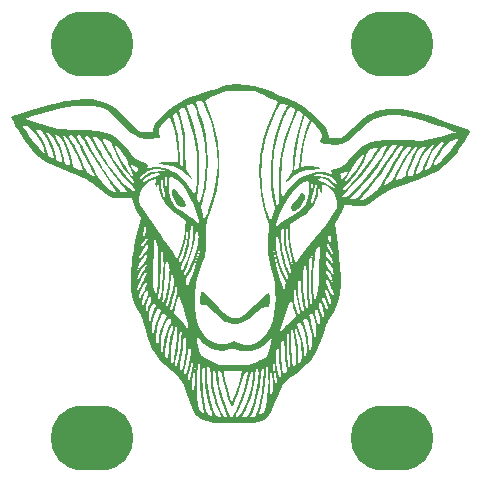
<source format=gbr>
%TF.GenerationSoftware,KiCad,Pcbnew,(6.0.0)*%
%TF.CreationDate,2022-02-16T15:24:19-08:00*%
%TF.ProjectId,LedPracticePanel,4c656450-7261-4637-9469-636550616e65,0*%
%TF.SameCoordinates,Original*%
%TF.FileFunction,Soldermask,Top*%
%TF.FilePolarity,Negative*%
%FSLAX46Y46*%
G04 Gerber Fmt 4.6, Leading zero omitted, Abs format (unit mm)*
G04 Created by KiCad (PCBNEW (6.0.0)) date 2022-02-16 15:24:19*
%MOMM*%
%LPD*%
G01*
G04 APERTURE LIST*
%ADD10O,7.000000X5.500000*%
G04 APERTURE END LIST*
%TO.C,G\u002A\u002A\u002A*%
G36*
X26833526Y-43577373D02*
G01*
X26786899Y-43526658D01*
X27510845Y-43526658D01*
X27534911Y-43652440D01*
X27585960Y-43756458D01*
X27639445Y-43737564D01*
X27699842Y-43584443D01*
X27771624Y-43285776D01*
X27858670Y-42833558D01*
X27933422Y-42386471D01*
X27975806Y-42062660D01*
X27987279Y-41869880D01*
X27969295Y-41815887D01*
X27923311Y-41908438D01*
X27850781Y-42155288D01*
X27783244Y-42431606D01*
X27695182Y-42799235D01*
X27615865Y-43107153D01*
X27555601Y-43316610D01*
X27529693Y-43384863D01*
X27510845Y-43526658D01*
X26786899Y-43526658D01*
X26553253Y-43272526D01*
X26381639Y-43116396D01*
X27218115Y-43116396D01*
X27257485Y-43200570D01*
X27324737Y-43244882D01*
X27388287Y-43192871D01*
X27455868Y-43026222D01*
X27535213Y-42726621D01*
X27620330Y-42341189D01*
X27691049Y-41922157D01*
X27730226Y-41510181D01*
X27736441Y-41148714D01*
X27708272Y-40881205D01*
X27671407Y-40779161D01*
X27629444Y-40803736D01*
X27578643Y-40974955D01*
X27524805Y-41270763D01*
X27504368Y-41414161D01*
X27442607Y-41823344D01*
X27368851Y-42234406D01*
X27297190Y-42570053D01*
X27284272Y-42621627D01*
X27218847Y-42928200D01*
X27218115Y-43116396D01*
X26381639Y-43116396D01*
X26182768Y-42935468D01*
X25814771Y-42628888D01*
X26796517Y-42628888D01*
X26826949Y-42767008D01*
X26829324Y-42770058D01*
X26927566Y-42857894D01*
X27006791Y-42835768D01*
X27080196Y-42685911D01*
X27160982Y-42390559D01*
X27183577Y-42293231D01*
X27283816Y-41777067D01*
X27350968Y-41272822D01*
X27383259Y-40814296D01*
X27378916Y-40435288D01*
X27338068Y-40181421D01*
X28249960Y-40181421D01*
X28272563Y-40486562D01*
X28331532Y-40834166D01*
X28413611Y-41168229D01*
X28505543Y-41432748D01*
X28574877Y-41553996D01*
X28711017Y-41660435D01*
X28958425Y-41812361D01*
X29274525Y-41984516D01*
X29445764Y-42070646D01*
X30175902Y-42427524D01*
X31426406Y-42436811D01*
X32676911Y-42446099D01*
X33394702Y-42134348D01*
X33632840Y-42021527D01*
X34687862Y-42021527D01*
X34695101Y-42292311D01*
X34734323Y-42723187D01*
X34771662Y-43047446D01*
X34827456Y-43480604D01*
X34873921Y-43763825D01*
X34916874Y-43915822D01*
X34962132Y-43955314D01*
X35015516Y-43901015D01*
X35029589Y-43877167D01*
X35058804Y-43677845D01*
X35004347Y-43337361D01*
X34981562Y-43245545D01*
X34909213Y-42908378D01*
X34862366Y-42576323D01*
X34852664Y-42413603D01*
X34832276Y-42162386D01*
X34783430Y-41971502D01*
X34769294Y-41944558D01*
X34712595Y-41906916D01*
X34687862Y-42021527D01*
X33632840Y-42021527D01*
X33726157Y-41977317D01*
X34004518Y-41821453D01*
X34187077Y-41691689D01*
X34210249Y-41666404D01*
X34958308Y-41666404D01*
X34985460Y-42146822D01*
X35061925Y-42727472D01*
X35122865Y-43072347D01*
X35181762Y-43342769D01*
X35233799Y-43470696D01*
X35292688Y-43481714D01*
X35327063Y-43453347D01*
X35375547Y-43370546D01*
X35392639Y-43229889D01*
X35377914Y-42997864D01*
X35330950Y-42640959D01*
X35315474Y-42537225D01*
X35260480Y-42128385D01*
X35218278Y-41728656D01*
X35195552Y-41405448D01*
X35366885Y-41405448D01*
X35404575Y-41955467D01*
X35450168Y-42325558D01*
X35510798Y-42730657D01*
X35560212Y-42990596D01*
X35608143Y-43128246D01*
X35664326Y-43166478D01*
X35738494Y-43128164D01*
X35777470Y-43094638D01*
X35850659Y-43009878D01*
X35882342Y-42898031D01*
X35874929Y-42715516D01*
X35830832Y-42418749D01*
X35818808Y-42347622D01*
X35765664Y-41961396D01*
X35719783Y-41494809D01*
X35689620Y-41036826D01*
X35686133Y-40951725D01*
X35671646Y-40588433D01*
X35665693Y-40509928D01*
X35870344Y-40509928D01*
X35874539Y-40912360D01*
X35891836Y-41339204D01*
X35920410Y-41761046D01*
X35958434Y-42148475D01*
X36004084Y-42472077D01*
X36055535Y-42702441D01*
X36110961Y-42810153D01*
X36144616Y-42804436D01*
X36177742Y-42673576D01*
X36179621Y-42383024D01*
X36150323Y-41939502D01*
X36133463Y-41757004D01*
X36093645Y-41295308D01*
X36061886Y-40824791D01*
X36042283Y-40412090D01*
X36038808Y-40243699D01*
X36226819Y-40243699D01*
X36237601Y-40686539D01*
X36259560Y-41161007D01*
X36291758Y-41632841D01*
X36333256Y-42067781D01*
X36345444Y-42170521D01*
X36402319Y-42449201D01*
X36475417Y-42565163D01*
X36553442Y-42522771D01*
X36625101Y-42326388D01*
X36672268Y-42044249D01*
X36688230Y-41626244D01*
X36659460Y-41095267D01*
X36590561Y-40500336D01*
X36486131Y-39890467D01*
X36456971Y-39750458D01*
X36395937Y-39498015D01*
X36347327Y-39390666D01*
X36297492Y-39406193D01*
X36270910Y-39447562D01*
X36242535Y-39589949D01*
X36228151Y-39866749D01*
X36226819Y-40243699D01*
X36038808Y-40243699D01*
X36037997Y-40204408D01*
X36029354Y-39890938D01*
X36004105Y-39737282D01*
X35960651Y-39734586D01*
X35954627Y-39743225D01*
X35908563Y-39895948D01*
X35881077Y-40161320D01*
X35870344Y-40509928D01*
X35665693Y-40509928D01*
X35655105Y-40370297D01*
X35629428Y-40273215D01*
X35587533Y-40273084D01*
X35522341Y-40345800D01*
X35512009Y-40359058D01*
X35421460Y-40579954D01*
X35372799Y-40937847D01*
X35366885Y-41405448D01*
X35195552Y-41405448D01*
X35195453Y-41404042D01*
X35193226Y-41311886D01*
X35189983Y-41067111D01*
X35171699Y-40968651D01*
X35124154Y-40993490D01*
X35054736Y-41087746D01*
X34981167Y-41306589D01*
X34958308Y-41666404D01*
X34210249Y-41666404D01*
X34226337Y-41648849D01*
X34286414Y-41504899D01*
X34365804Y-41248848D01*
X34450669Y-40934654D01*
X34527176Y-40616273D01*
X34581488Y-40347662D01*
X34599960Y-40191770D01*
X34544068Y-40220136D01*
X34397052Y-40340359D01*
X34189897Y-40526981D01*
X34175096Y-40540797D01*
X33894221Y-40776980D01*
X33597048Y-40986059D01*
X33391929Y-41100857D01*
X32964145Y-41224739D01*
X32468968Y-41261403D01*
X31985035Y-41209356D01*
X31726605Y-41132471D01*
X31469008Y-41050767D01*
X31254162Y-41052869D01*
X31073138Y-41102233D01*
X30500132Y-41205693D01*
X29918636Y-41153299D01*
X29358824Y-40954058D01*
X28850871Y-40616976D01*
X28591638Y-40361550D01*
X28404934Y-40155148D01*
X28302214Y-40065588D01*
X28258787Y-40079854D01*
X28249960Y-40181421D01*
X27338068Y-40181421D01*
X27336166Y-40169600D01*
X27299207Y-40088911D01*
X27234660Y-40009653D01*
X27191695Y-40012241D01*
X27160857Y-40121036D01*
X27132690Y-40360401D01*
X27114096Y-40565852D01*
X27065102Y-40985498D01*
X26990377Y-41469293D01*
X26905491Y-41917166D01*
X26899577Y-41944558D01*
X26820325Y-42359448D01*
X26796517Y-42628888D01*
X25814771Y-42628888D01*
X25709960Y-42541570D01*
X25599237Y-42441441D01*
X26444702Y-42441441D01*
X26488757Y-42522978D01*
X26557784Y-42481102D01*
X26604899Y-42369626D01*
X26670870Y-42136394D01*
X26743440Y-41826100D01*
X26762987Y-41732891D01*
X26838008Y-41310277D01*
X26898123Y-40864216D01*
X26941084Y-40428293D01*
X26964642Y-40036092D01*
X26966549Y-39721199D01*
X26946105Y-39531558D01*
X27572627Y-39531558D01*
X27614960Y-39573891D01*
X27657294Y-39531558D01*
X27614960Y-39489225D01*
X27572627Y-39531558D01*
X26946105Y-39531558D01*
X26944557Y-39517197D01*
X26915205Y-39459197D01*
X26873792Y-39456508D01*
X26837782Y-39518816D01*
X26803280Y-39667488D01*
X26766392Y-39923891D01*
X26723223Y-40309391D01*
X26678224Y-40759225D01*
X26628489Y-41164710D01*
X26558793Y-41609671D01*
X26512456Y-41857253D01*
X26452358Y-42216164D01*
X26444702Y-42441441D01*
X25599237Y-42441441D01*
X25247367Y-42123238D01*
X24865161Y-41677924D01*
X24547221Y-41176393D01*
X24490340Y-41052640D01*
X25204916Y-41052640D01*
X25227727Y-41288329D01*
X25265067Y-41386776D01*
X25329496Y-41371832D01*
X25388434Y-41224434D01*
X25596063Y-41224434D01*
X25599426Y-41555937D01*
X25649967Y-41783907D01*
X25709960Y-41859799D01*
X25772024Y-41874896D01*
X25816889Y-41811309D01*
X25827914Y-41757898D01*
X26039373Y-41757898D01*
X26049383Y-42043043D01*
X26092506Y-42210623D01*
X26105071Y-42226780D01*
X26176777Y-42272572D01*
X26235661Y-42234791D01*
X26289326Y-42092646D01*
X26345370Y-41825350D01*
X26411396Y-41412112D01*
X26417199Y-41373058D01*
X26503258Y-40749487D01*
X26567486Y-40195638D01*
X26608522Y-39730933D01*
X26625008Y-39374793D01*
X26615584Y-39146639D01*
X26578890Y-39065892D01*
X26578716Y-39065891D01*
X26495615Y-39145107D01*
X26407451Y-39361525D01*
X26318996Y-39683298D01*
X26235022Y-40078582D01*
X26160300Y-40515529D01*
X26099604Y-40962295D01*
X26057704Y-41387033D01*
X26039373Y-41757898D01*
X25827914Y-41757898D01*
X25851692Y-41642697D01*
X25883568Y-41342717D01*
X25898338Y-41164434D01*
X25947866Y-40714781D01*
X26022847Y-40232487D01*
X26108520Y-39810286D01*
X26123650Y-39748953D01*
X26209872Y-39418606D01*
X26286822Y-39135415D01*
X26339641Y-38953871D01*
X26344525Y-38938891D01*
X26370200Y-38838369D01*
X26325960Y-38859693D01*
X26226228Y-38967979D01*
X26074172Y-39205648D01*
X25932823Y-39544078D01*
X25808258Y-39949221D01*
X25706558Y-40387027D01*
X25633800Y-40823448D01*
X25596063Y-41224434D01*
X25388434Y-41224434D01*
X25388568Y-41224098D01*
X25431777Y-40980040D01*
X25447521Y-40753425D01*
X25497688Y-40375894D01*
X25619835Y-39908800D01*
X25797776Y-39407148D01*
X25940236Y-39078916D01*
X26055847Y-38819031D01*
X26099290Y-38662174D01*
X26077243Y-38561516D01*
X26023342Y-38496321D01*
X25942351Y-38438242D01*
X25868384Y-38467943D01*
X25773383Y-38609764D01*
X25673970Y-38799374D01*
X25521000Y-39146396D01*
X25380605Y-39538135D01*
X25328255Y-39717257D01*
X25268665Y-40019284D01*
X25227101Y-40372761D01*
X25205279Y-40732332D01*
X25204916Y-41052640D01*
X24490340Y-41052640D01*
X24277425Y-40589407D01*
X24065466Y-39963914D01*
X24790032Y-39963914D01*
X24801916Y-40415505D01*
X24884460Y-40730634D01*
X24939908Y-40839505D01*
X24976676Y-40852487D01*
X25004036Y-40748175D01*
X25031258Y-40505162D01*
X25044465Y-40361217D01*
X25093570Y-39982806D01*
X25166852Y-39604312D01*
X25235924Y-39348656D01*
X25363694Y-39019942D01*
X25518398Y-38690033D01*
X25569066Y-38596563D01*
X25764923Y-38254234D01*
X25565850Y-38104073D01*
X25443149Y-38020739D01*
X25363484Y-38024621D01*
X25286859Y-38140023D01*
X25202758Y-38324701D01*
X24995464Y-38880637D01*
X24856218Y-39439666D01*
X24790032Y-39963914D01*
X24065466Y-39963914D01*
X24039650Y-39887732D01*
X23846581Y-39162436D01*
X23797800Y-38994545D01*
X24469951Y-38994545D01*
X24479963Y-39439371D01*
X24484112Y-39466968D01*
X24547818Y-39870225D01*
X24702977Y-39252655D01*
X24812649Y-38875390D01*
X24946439Y-38497601D01*
X25065448Y-38222336D01*
X25181386Y-37982599D01*
X25183046Y-37977161D01*
X26288237Y-37977161D01*
X26745974Y-38458026D01*
X26990952Y-38725321D01*
X27208441Y-38979977D01*
X27354666Y-39170555D01*
X27363148Y-39183286D01*
X27480344Y-39334284D01*
X27538986Y-39336188D01*
X27539291Y-39186252D01*
X27481474Y-38881734D01*
X27409844Y-38587981D01*
X27294229Y-38167150D01*
X27151088Y-37686496D01*
X27058032Y-37395400D01*
X28130591Y-37395400D01*
X28140150Y-37796660D01*
X28163111Y-38107992D01*
X28203287Y-38369050D01*
X28264492Y-38619486D01*
X28315809Y-38790434D01*
X28570073Y-39397894D01*
X28908356Y-39899968D01*
X29312897Y-40285531D01*
X29765932Y-40543452D01*
X30249700Y-40662604D01*
X30746439Y-40631860D01*
X31078705Y-40521394D01*
X31282963Y-40437493D01*
X31431641Y-40419394D01*
X31598388Y-40471701D01*
X31791554Y-40565947D01*
X32284710Y-40730783D01*
X32779081Y-40734464D01*
X33115900Y-40638681D01*
X33489538Y-40417007D01*
X33867829Y-40080866D01*
X34114424Y-39785558D01*
X35192627Y-39785558D01*
X35234960Y-39827891D01*
X35277294Y-39785558D01*
X35234960Y-39743225D01*
X35192627Y-39785558D01*
X34114424Y-39785558D01*
X34204767Y-39677368D01*
X34310450Y-39500526D01*
X35303875Y-39500526D01*
X35321135Y-39545023D01*
X35392191Y-39510304D01*
X35534814Y-39384494D01*
X35697462Y-39224080D01*
X36534491Y-39224080D01*
X36561479Y-39413626D01*
X36603393Y-39595058D01*
X36683111Y-39964634D01*
X36754036Y-40409117D01*
X36811141Y-40880163D01*
X36849402Y-41329425D01*
X36863791Y-41708557D01*
X36849848Y-41965725D01*
X36834792Y-42198774D01*
X36889169Y-42278140D01*
X37014065Y-42205067D01*
X37038360Y-42181625D01*
X37094453Y-42037492D01*
X37127639Y-41769071D01*
X37137732Y-41419874D01*
X37124545Y-41033416D01*
X37087892Y-40653209D01*
X37045990Y-40403559D01*
X36967431Y-40095279D01*
X36863518Y-39774947D01*
X36750650Y-39483927D01*
X36645224Y-39263584D01*
X36563640Y-39155283D01*
X36549270Y-39150558D01*
X36534491Y-39224080D01*
X35697462Y-39224080D01*
X35766777Y-39155717D01*
X35909458Y-39011408D01*
X36766982Y-39011408D01*
X36811411Y-39165598D01*
X36916830Y-39414209D01*
X37186883Y-40221956D01*
X37305319Y-41085273D01*
X37311986Y-41334892D01*
X37316630Y-41630024D01*
X37332291Y-41781058D01*
X37366913Y-41813198D01*
X37428440Y-41751651D01*
X37438986Y-41737876D01*
X37513755Y-41552941D01*
X37554104Y-41232027D01*
X37563294Y-40878961D01*
X37523583Y-40303238D01*
X37414179Y-39723679D01*
X37249675Y-39204242D01*
X37117332Y-38924229D01*
X37020887Y-38799631D01*
X36915412Y-38814746D01*
X36864360Y-38849213D01*
X36786048Y-38921196D01*
X36766982Y-39011408D01*
X35909458Y-39011408D01*
X35952626Y-38967747D01*
X36226620Y-38689674D01*
X37264170Y-38689674D01*
X37310047Y-38867406D01*
X37417816Y-39153494D01*
X37438482Y-39205249D01*
X37597617Y-39691369D01*
X37687794Y-40210721D01*
X37713840Y-40531301D01*
X37747038Y-40913907D01*
X37792109Y-41132847D01*
X37847222Y-41186770D01*
X37910544Y-41074325D01*
X37980243Y-40794159D01*
X37991416Y-40736076D01*
X38019964Y-40327970D01*
X37982649Y-39827716D01*
X37886616Y-39295953D01*
X37774640Y-38895595D01*
X37656305Y-38589388D01*
X37548260Y-38436307D01*
X37434819Y-38422148D01*
X37334168Y-38496731D01*
X37274205Y-38579661D01*
X37264170Y-38689674D01*
X36226620Y-38689674D01*
X36643739Y-38266344D01*
X36620559Y-38179418D01*
X37783549Y-38179418D01*
X37805398Y-38378076D01*
X37895803Y-38698664D01*
X37942923Y-38842119D01*
X38047580Y-39198673D01*
X38123593Y-39543037D01*
X38155738Y-39805216D01*
X38155960Y-39821653D01*
X38177985Y-40056432D01*
X38232639Y-40159041D01*
X38302795Y-40116297D01*
X38356596Y-39976058D01*
X38391204Y-39706656D01*
X38381105Y-39370279D01*
X38334624Y-39005967D01*
X38260085Y-38652756D01*
X38165810Y-38349684D01*
X38060125Y-38135789D01*
X37951353Y-38050109D01*
X37945888Y-38049891D01*
X37830349Y-38078189D01*
X37783549Y-38179418D01*
X36620559Y-38179418D01*
X36518922Y-37798284D01*
X36438414Y-37489566D01*
X36368376Y-37209476D01*
X36339579Y-37087401D01*
X36290207Y-36928266D01*
X36247075Y-36882588D01*
X36246482Y-36883147D01*
X36197359Y-36980817D01*
X36105262Y-37204117D01*
X35982840Y-37518742D01*
X35842741Y-37890385D01*
X35697617Y-38284740D01*
X35560115Y-38667501D01*
X35442886Y-39004362D01*
X35358579Y-39261016D01*
X35322638Y-39388687D01*
X35303875Y-39500526D01*
X34310450Y-39500526D01*
X34441509Y-39281221D01*
X34670693Y-38718142D01*
X34823197Y-38138011D01*
X34906033Y-37498647D01*
X34926213Y-36757866D01*
X34917998Y-36414861D01*
X34915674Y-36365667D01*
X36463218Y-36365667D01*
X36463875Y-36690718D01*
X36531423Y-37110107D01*
X36639501Y-37550864D01*
X36738237Y-37889483D01*
X36815515Y-38082602D01*
X36881561Y-38151063D01*
X36926578Y-38135982D01*
X36976587Y-38051044D01*
X36973949Y-37896057D01*
X36916089Y-37632847D01*
X36884819Y-37517110D01*
X36790051Y-37119170D01*
X36707686Y-36678279D01*
X36673633Y-36438367D01*
X36636778Y-36155002D01*
X36605284Y-36019975D01*
X36570242Y-36012894D01*
X36526935Y-36102558D01*
X36463218Y-36365667D01*
X34915674Y-36365667D01*
X34893493Y-35896044D01*
X34855267Y-35480554D01*
X34792683Y-35102415D01*
X34695105Y-34695650D01*
X34569677Y-34254287D01*
X34432330Y-33769376D01*
X34342144Y-33387373D01*
X34289812Y-33051545D01*
X34266026Y-32705159D01*
X34263149Y-32504225D01*
X34693477Y-32504225D01*
X34711227Y-32711064D01*
X34765690Y-33027117D01*
X34849181Y-33423329D01*
X34954013Y-33870645D01*
X35072499Y-34340011D01*
X35196953Y-34802374D01*
X35319689Y-35228678D01*
X35433020Y-35589871D01*
X35529259Y-35856897D01*
X35600721Y-36000702D01*
X35622921Y-36017476D01*
X35677460Y-35945696D01*
X35689412Y-35915783D01*
X36819192Y-35915783D01*
X36857190Y-36435325D01*
X36946110Y-37003992D01*
X37021910Y-37348708D01*
X37110134Y-37672113D01*
X37182838Y-37846180D01*
X37248674Y-37889169D01*
X37271895Y-37876462D01*
X37281809Y-37858178D01*
X38228922Y-37858178D01*
X38269832Y-38095491D01*
X38372880Y-38430891D01*
X38472114Y-38723312D01*
X38547484Y-38947916D01*
X38584485Y-39061431D01*
X38585751Y-39065891D01*
X38615169Y-39025536D01*
X38672889Y-38870970D01*
X38681753Y-38843863D01*
X38720571Y-38614720D01*
X38688701Y-38337180D01*
X38628411Y-38103030D01*
X38529500Y-37805374D01*
X38442288Y-37658906D01*
X38350914Y-37647739D01*
X38258433Y-37732391D01*
X38228922Y-37858178D01*
X37281809Y-37858178D01*
X37321078Y-37785760D01*
X37320370Y-37611905D01*
X37268913Y-37318428D01*
X37257521Y-37265312D01*
X37202837Y-36950017D01*
X37149121Y-36530968D01*
X37104137Y-36073609D01*
X37084453Y-35806225D01*
X37058274Y-35402819D01*
X37036549Y-35148585D01*
X37013632Y-35023660D01*
X36983877Y-35008185D01*
X36941639Y-35082297D01*
X36903940Y-35171225D01*
X36834111Y-35482154D01*
X36819192Y-35915783D01*
X35689412Y-35915783D01*
X35748302Y-35768397D01*
X35761252Y-35727784D01*
X35806037Y-35499657D01*
X35760423Y-35305638D01*
X35678545Y-35156284D01*
X35393824Y-34605262D01*
X35136402Y-33945892D01*
X34928842Y-33239092D01*
X34866013Y-32962444D01*
X34790350Y-32613781D01*
X34739096Y-32421986D01*
X34708448Y-32376963D01*
X34694604Y-32468613D01*
X34693477Y-32504225D01*
X34263149Y-32504225D01*
X34261294Y-32374621D01*
X34267738Y-32085568D01*
X34944868Y-32085568D01*
X34982755Y-32533387D01*
X35073412Y-33041285D01*
X35211332Y-33577785D01*
X35391011Y-34111408D01*
X35586848Y-34569381D01*
X35742298Y-34878332D01*
X35848672Y-35049126D01*
X35920516Y-35100533D01*
X35967472Y-35060597D01*
X35977641Y-34965249D01*
X37230869Y-34965249D01*
X37244633Y-35390437D01*
X37249491Y-35505107D01*
X37283900Y-36078597D01*
X37332885Y-36591129D01*
X37392797Y-37020919D01*
X37459987Y-37346186D01*
X37530809Y-37545145D01*
X37599768Y-37596761D01*
X37665161Y-37499203D01*
X37661579Y-37446641D01*
X37650236Y-37329781D01*
X37635190Y-37070965D01*
X37617695Y-36697500D01*
X37599009Y-36236692D01*
X37580387Y-35715845D01*
X37576379Y-35594558D01*
X37550476Y-34798617D01*
X37733185Y-34798617D01*
X37738802Y-35535798D01*
X37755779Y-36158833D01*
X37783269Y-36657198D01*
X37820423Y-37020373D01*
X37866394Y-37237835D01*
X37920334Y-37299062D01*
X37932731Y-37290626D01*
X38598591Y-37290626D01*
X38617840Y-37468583D01*
X38697170Y-37732238D01*
X38789174Y-38003851D01*
X38862096Y-38221736D01*
X38888977Y-38303891D01*
X38932914Y-38384206D01*
X38995206Y-38313298D01*
X39006495Y-38293504D01*
X39033038Y-38107675D01*
X38986322Y-37791802D01*
X38954953Y-37662045D01*
X38869956Y-37351003D01*
X38806802Y-37179666D01*
X38749042Y-37122789D01*
X38680229Y-37155130D01*
X38645769Y-37187549D01*
X38598591Y-37290626D01*
X37932731Y-37290626D01*
X37933862Y-37289856D01*
X37980440Y-37150517D01*
X37994982Y-36878931D01*
X37984739Y-36629531D01*
X37957098Y-36058290D01*
X37946260Y-35412376D01*
X37946581Y-35373708D01*
X38103480Y-35373708D01*
X38112383Y-35813924D01*
X38131415Y-36208086D01*
X38159512Y-36526810D01*
X38195611Y-36740714D01*
X38238649Y-36820416D01*
X38247635Y-36817893D01*
X38253190Y-36809366D01*
X38897570Y-36809366D01*
X38983259Y-37130005D01*
X39005770Y-37190998D01*
X39100599Y-37473049D01*
X39162042Y-37717895D01*
X39174653Y-37817966D01*
X39184453Y-37949577D01*
X39232878Y-37930745D01*
X39299830Y-37845702D01*
X39382217Y-37613419D01*
X39371591Y-37464702D01*
X39306855Y-37253005D01*
X39203319Y-36976956D01*
X39156500Y-36864558D01*
X39051523Y-36645453D01*
X38979293Y-36567533D01*
X38920343Y-36610900D01*
X38915856Y-36618590D01*
X38897570Y-36809366D01*
X38253190Y-36809366D01*
X38312918Y-36717689D01*
X38402583Y-36508380D01*
X38465053Y-36331754D01*
X38519438Y-36125865D01*
X38538546Y-36006510D01*
X39104166Y-36006510D01*
X39121372Y-36188522D01*
X39197806Y-36456719D01*
X39291789Y-36694430D01*
X39407145Y-36968582D01*
X39486927Y-37190839D01*
X39511923Y-37298478D01*
X39530659Y-37365048D01*
X39596440Y-37287891D01*
X39640224Y-37117459D01*
X39627045Y-36906891D01*
X39557296Y-36685191D01*
X39436867Y-36397745D01*
X39354905Y-36229558D01*
X39230212Y-36000346D01*
X39158031Y-35907942D01*
X39119524Y-35935587D01*
X39104166Y-36006510D01*
X38538546Y-36006510D01*
X38560827Y-35867337D01*
X38591271Y-35530028D01*
X38606963Y-35208063D01*
X39187608Y-35208063D01*
X39218977Y-35462629D01*
X39362291Y-35832579D01*
X39482324Y-36073651D01*
X39654475Y-36373205D01*
X39775750Y-36529285D01*
X39838668Y-36540558D01*
X39835747Y-36405689D01*
X39759508Y-36123347D01*
X39759408Y-36123040D01*
X39658391Y-35859004D01*
X39516252Y-35542111D01*
X39437186Y-35382891D01*
X39312602Y-35148413D01*
X39243746Y-35049927D01*
X39209413Y-35072581D01*
X39188398Y-35201520D01*
X39187608Y-35208063D01*
X38606963Y-35208063D01*
X38612825Y-35087795D01*
X38627541Y-34514496D01*
X38630888Y-34305179D01*
X39164251Y-34305179D01*
X39171884Y-34411981D01*
X39238255Y-34603052D01*
X39358650Y-34855533D01*
X39471686Y-35055133D01*
X39634796Y-35342360D01*
X39764892Y-35601739D01*
X39829324Y-35763891D01*
X39873349Y-35903619D01*
X39898681Y-35886910D01*
X39914897Y-35797192D01*
X39896493Y-35626920D01*
X39820511Y-35367701D01*
X39729343Y-35136710D01*
X39584527Y-34837177D01*
X39434300Y-34569534D01*
X39344044Y-34435824D01*
X39220068Y-34305506D01*
X39164251Y-34305179D01*
X38630888Y-34305179D01*
X38632601Y-34198033D01*
X38642364Y-33667659D01*
X39175005Y-33667659D01*
X39229740Y-33887346D01*
X39380042Y-34164388D01*
X39462050Y-34279798D01*
X39637308Y-34527790D01*
X39772455Y-34751989D01*
X39818772Y-34852031D01*
X39870427Y-34986698D01*
X39896482Y-34964526D01*
X39914381Y-34862799D01*
X39896633Y-34679347D01*
X39818183Y-34426557D01*
X39769211Y-34312466D01*
X39613498Y-34024423D01*
X39436956Y-33754839D01*
X39386556Y-33689558D01*
X39178050Y-33435558D01*
X39175005Y-33667659D01*
X38642364Y-33667659D01*
X38642389Y-33666279D01*
X38655892Y-33181274D01*
X38667297Y-32890551D01*
X39174653Y-32890551D01*
X39219877Y-33161418D01*
X39385079Y-33395380D01*
X39419808Y-33429664D01*
X39613519Y-33655643D01*
X39761902Y-33896713D01*
X39774784Y-33925745D01*
X39853854Y-34071298D01*
X39909921Y-34095109D01*
X39915376Y-34083978D01*
X39897895Y-33961669D01*
X39819972Y-33737057D01*
X39698420Y-33458522D01*
X39697013Y-33455570D01*
X39548295Y-33159728D01*
X39407267Y-32905763D01*
X39311266Y-32758225D01*
X39222623Y-32658019D01*
X39184781Y-32679448D01*
X39175135Y-32844408D01*
X39174653Y-32890551D01*
X38667297Y-32890551D01*
X38671919Y-32772747D01*
X38689279Y-32470429D01*
X38706780Y-32304050D01*
X38708886Y-32294420D01*
X38748358Y-32137150D01*
X39256627Y-32137150D01*
X39292743Y-32279641D01*
X39384868Y-32493613D01*
X39508662Y-32734951D01*
X39639789Y-32959539D01*
X39753911Y-33123259D01*
X39826689Y-33181996D01*
X39831762Y-33179686D01*
X39818251Y-33097031D01*
X39757075Y-32905244D01*
X39695682Y-32736769D01*
X39575366Y-32451863D01*
X39450379Y-32203637D01*
X39395713Y-32114787D01*
X39256627Y-31916213D01*
X39256627Y-32137150D01*
X38748358Y-32137150D01*
X38761782Y-32083664D01*
X38580096Y-32314641D01*
X38457798Y-32495602D01*
X38363552Y-32706397D01*
X38289559Y-32978734D01*
X38228020Y-33344322D01*
X38171135Y-33834869D01*
X38148183Y-34070558D01*
X38120316Y-34472642D01*
X38105770Y-34916820D01*
X38103480Y-35373708D01*
X37946581Y-35373708D01*
X37951736Y-34752948D01*
X37973032Y-34141167D01*
X38008733Y-33647225D01*
X38073173Y-33012225D01*
X37903458Y-33266225D01*
X37837131Y-33382004D01*
X37790517Y-33518319D01*
X37760216Y-33705771D01*
X37742825Y-33974961D01*
X37734946Y-34356492D01*
X37733185Y-34798617D01*
X37550476Y-34798617D01*
X37519894Y-33858891D01*
X37361614Y-34150441D01*
X37295073Y-34293562D01*
X37253096Y-34452967D01*
X37232692Y-34664811D01*
X37230869Y-34965249D01*
X35977641Y-34965249D01*
X35986886Y-34878570D01*
X35883382Y-34603970D01*
X35882405Y-34602049D01*
X35649006Y-34035820D01*
X35453544Y-33342098D01*
X35306390Y-32560465D01*
X35264919Y-32245396D01*
X35216099Y-31849943D01*
X35175996Y-31600641D01*
X35138138Y-31474993D01*
X35096054Y-31450500D01*
X35049416Y-31496076D01*
X34965253Y-31729305D01*
X34944868Y-32085568D01*
X34267738Y-32085568D01*
X34270547Y-31959579D01*
X34295298Y-31557391D01*
X34322521Y-31309474D01*
X35369498Y-31309474D01*
X35379706Y-31602251D01*
X35394989Y-31838595D01*
X35440414Y-32274508D01*
X35514096Y-32733710D01*
X35608834Y-33191863D01*
X35717428Y-33624626D01*
X35832679Y-34007661D01*
X35947386Y-34316628D01*
X36054350Y-34527189D01*
X36146370Y-34615004D01*
X36205509Y-34578558D01*
X36215330Y-34425139D01*
X36158062Y-34137870D01*
X36037676Y-33736600D01*
X36036105Y-33731891D01*
X35884225Y-33201153D01*
X35759436Y-32618313D01*
X35670346Y-32037912D01*
X35625565Y-31514490D01*
X35628957Y-31152757D01*
X35631546Y-31110051D01*
X35811883Y-31110051D01*
X35812093Y-31529509D01*
X35853700Y-32028630D01*
X35931068Y-32566782D01*
X36038559Y-33103328D01*
X36170535Y-33597635D01*
X36293325Y-33943558D01*
X36376930Y-34109188D01*
X36425459Y-34132223D01*
X36438369Y-34035842D01*
X36415120Y-33843222D01*
X36355169Y-33577544D01*
X36305864Y-33407097D01*
X36053028Y-32330089D01*
X35949347Y-31223803D01*
X35947989Y-31149558D01*
X35940986Y-30853947D01*
X35926986Y-30710174D01*
X35901381Y-30700760D01*
X35859565Y-30808225D01*
X35858709Y-30810891D01*
X35811883Y-31110051D01*
X35631546Y-31110051D01*
X35642606Y-30927574D01*
X35624627Y-30843043D01*
X35559362Y-30871239D01*
X35499919Y-30922631D01*
X35425200Y-31008116D01*
X35383194Y-31124246D01*
X35369498Y-31309474D01*
X34322521Y-31309474D01*
X34331027Y-31232006D01*
X34349318Y-31128449D01*
X34383849Y-30930438D01*
X34388413Y-30748204D01*
X34380617Y-30697592D01*
X34931962Y-30697592D01*
X35239726Y-30462849D01*
X35253304Y-30453484D01*
X36123960Y-30453484D01*
X36124600Y-31055521D01*
X36139539Y-31427483D01*
X36179729Y-31851821D01*
X36239295Y-32296954D01*
X36312362Y-32731300D01*
X36393056Y-33123279D01*
X36475501Y-33441309D01*
X36553824Y-33653809D01*
X36621950Y-33729210D01*
X36691096Y-33662808D01*
X36825958Y-33489750D01*
X36999517Y-33245063D01*
X37030130Y-33200043D01*
X37221646Y-32936909D01*
X37493447Y-32590104D01*
X37811959Y-32201296D01*
X38054922Y-31916213D01*
X38143608Y-31812152D01*
X38204799Y-31742225D01*
X38273013Y-31663095D01*
X39384833Y-31663095D01*
X39455627Y-31878308D01*
X39478566Y-31915353D01*
X39604484Y-32084310D01*
X39663264Y-32098633D01*
X39659676Y-31956995D01*
X39644354Y-31869225D01*
X39589616Y-31591869D01*
X39538576Y-31340058D01*
X39481859Y-31064891D01*
X39412111Y-31386186D01*
X39384833Y-31663095D01*
X38273013Y-31663095D01*
X38763451Y-31094171D01*
X39211751Y-30544730D01*
X39562789Y-30076600D01*
X39829657Y-29672482D01*
X39994971Y-29376523D01*
X40114543Y-29122000D01*
X40162853Y-28929183D01*
X40149869Y-28716846D01*
X40104065Y-28487523D01*
X40093292Y-28445038D01*
X42050627Y-28445038D01*
X42114296Y-28477506D01*
X42280890Y-28430656D01*
X42513788Y-28321093D01*
X42776369Y-28165421D01*
X42972486Y-28027072D01*
X43219724Y-27836701D01*
X43420682Y-27679605D01*
X43527301Y-27593558D01*
X43603767Y-27493040D01*
X43746718Y-27274491D01*
X43827136Y-27145111D01*
X44082627Y-27145111D01*
X44150843Y-27149643D01*
X44323694Y-27093470D01*
X44430768Y-27048411D01*
X44600352Y-26960184D01*
X44734487Y-26847923D01*
X44821504Y-26729365D01*
X45105271Y-26729365D01*
X45125878Y-26789225D01*
X45214641Y-26764336D01*
X45410766Y-26700865D01*
X45549211Y-26654266D01*
X45822824Y-26531817D01*
X45942103Y-26406369D01*
X45944714Y-26389899D01*
X46114627Y-26389899D01*
X46183617Y-26416547D01*
X46337869Y-26411107D01*
X46498301Y-26382306D01*
X46585835Y-26338872D01*
X46586331Y-26337842D01*
X46606182Y-26277539D01*
X46802182Y-26277539D01*
X47072238Y-26168300D01*
X47266921Y-26051349D01*
X47353953Y-25918313D01*
X47602951Y-25918313D01*
X47686482Y-25913774D01*
X47839993Y-25847179D01*
X48014089Y-25696255D01*
X48089962Y-25558261D01*
X48315960Y-25558261D01*
X48370284Y-25566627D01*
X48518832Y-25469487D01*
X48739968Y-25284829D01*
X49012053Y-25030636D01*
X49294481Y-24744844D01*
X49778308Y-24194751D01*
X50189578Y-23642902D01*
X50375381Y-23347959D01*
X50365334Y-23299188D01*
X50232175Y-23307280D01*
X50029956Y-23353215D01*
X49792945Y-23432115D01*
X49596453Y-23554176D01*
X49391052Y-23756379D01*
X49221371Y-23958147D01*
X49030196Y-24218045D01*
X48824958Y-24534694D01*
X48628316Y-24868048D01*
X48462931Y-25178061D01*
X48351462Y-25424687D01*
X48315960Y-25558261D01*
X48089962Y-25558261D01*
X48177458Y-25399126D01*
X48235225Y-25254711D01*
X48378236Y-24936215D01*
X48582262Y-24559135D01*
X48805770Y-24199639D01*
X48829543Y-24164757D01*
X49023331Y-23877461D01*
X49127425Y-23700810D01*
X49151989Y-23608692D01*
X49107186Y-23574995D01*
X49060289Y-23571891D01*
X48859412Y-23647403D01*
X48623350Y-23855321D01*
X48371393Y-24167722D01*
X48122832Y-24556682D01*
X47896958Y-24994276D01*
X47713062Y-25452580D01*
X47671141Y-25582725D01*
X47603899Y-25817456D01*
X47602951Y-25918313D01*
X47353953Y-25918313D01*
X47392626Y-25859197D01*
X47454211Y-25683310D01*
X47709291Y-24976002D01*
X48054706Y-24297377D01*
X48122071Y-24183507D01*
X48265655Y-23939273D01*
X48325719Y-23810153D01*
X48308361Y-23767582D01*
X48219674Y-23782997D01*
X48206738Y-23786738D01*
X47982975Y-23923608D01*
X47735209Y-24193509D01*
X47482607Y-24565734D01*
X47244335Y-25009575D01*
X47039560Y-25494326D01*
X46928307Y-25834882D01*
X46802182Y-26277539D01*
X46606182Y-26277539D01*
X46613089Y-26256559D01*
X46679445Y-26050709D01*
X46773570Y-25757062D01*
X46826732Y-25590733D01*
X46971087Y-25193884D01*
X47144109Y-24798454D01*
X47313453Y-24476901D01*
X47349687Y-24419177D01*
X47500367Y-24187386D01*
X47604900Y-24020856D01*
X47638627Y-23960165D01*
X47566071Y-23956342D01*
X47397721Y-23975243D01*
X47245009Y-24027770D01*
X47100561Y-24157635D01*
X46933137Y-24396907D01*
X46846459Y-24541146D01*
X46700091Y-24819414D01*
X46540536Y-25166956D01*
X46385018Y-25540263D01*
X46250760Y-25895827D01*
X46154983Y-26190140D01*
X46114913Y-26379694D01*
X46114627Y-26389899D01*
X45944714Y-26389899D01*
X45946426Y-26379099D01*
X45981532Y-26181680D01*
X46073322Y-25876713D01*
X46204625Y-25509028D01*
X46358267Y-25123454D01*
X46517078Y-24764823D01*
X46663884Y-24477964D01*
X46694386Y-24426460D01*
X46855801Y-24159700D01*
X46935623Y-24005496D01*
X46942449Y-23933089D01*
X46884876Y-23911719D01*
X46838571Y-23910558D01*
X46734251Y-23975436D01*
X46568350Y-24147357D01*
X46372889Y-24392252D01*
X46328804Y-24452953D01*
X46099296Y-24793364D01*
X45865470Y-25172513D01*
X45640862Y-25564114D01*
X45439004Y-25941885D01*
X45273431Y-26279540D01*
X45157675Y-26550794D01*
X45105271Y-26729365D01*
X44821504Y-26729365D01*
X44860272Y-26676545D01*
X45004808Y-26410966D01*
X45143005Y-26126362D01*
X45357840Y-25701932D01*
X45608906Y-25247158D01*
X45851230Y-24842557D01*
X45916686Y-24741202D01*
X46109830Y-24448935D01*
X46271373Y-24203787D01*
X46375238Y-24045355D01*
X46393990Y-24016391D01*
X46394847Y-23937884D01*
X46248895Y-23911584D01*
X46224667Y-23911453D01*
X46140416Y-23922140D01*
X46055714Y-23965438D01*
X45957182Y-24059202D01*
X45831443Y-24221291D01*
X45665117Y-24469561D01*
X45444825Y-24821868D01*
X45157189Y-25296069D01*
X45035127Y-25499145D01*
X44756771Y-25965459D01*
X44510494Y-26382998D01*
X44308886Y-26730001D01*
X44164542Y-26984708D01*
X44090053Y-27125359D01*
X44082627Y-27145111D01*
X43827136Y-27145111D01*
X43938092Y-26966599D01*
X44159831Y-26598053D01*
X44246837Y-26450558D01*
X44518715Y-25989721D01*
X44807970Y-25503710D01*
X45081150Y-25048492D01*
X45304801Y-24680038D01*
X45316808Y-24660455D01*
X45499751Y-24349893D01*
X45636158Y-24094036D01*
X45709436Y-23925558D01*
X45714469Y-23877288D01*
X45606573Y-23823455D01*
X45476260Y-23872461D01*
X45310509Y-24036983D01*
X45096298Y-24329698D01*
X44844627Y-24724094D01*
X44404732Y-25405680D01*
X43903605Y-26125158D01*
X43378526Y-26831903D01*
X42866777Y-27475289D01*
X42526560Y-27871925D01*
X42309789Y-28118901D01*
X42144721Y-28315537D01*
X42057742Y-28430061D01*
X42050627Y-28445038D01*
X40093292Y-28445038D01*
X40070841Y-28356496D01*
X41190787Y-28356496D01*
X41296046Y-28385291D01*
X41493480Y-28397870D01*
X41502123Y-28397891D01*
X41677909Y-28370827D01*
X41854777Y-28271990D01*
X42073750Y-28074910D01*
X42191049Y-27953391D01*
X42852056Y-27199631D01*
X43537391Y-26320118D01*
X44220503Y-25350606D01*
X44831836Y-24397391D01*
X45181468Y-23825891D01*
X44902919Y-23825891D01*
X44729379Y-23843228D01*
X44608631Y-23921480D01*
X44494461Y-24100009D01*
X44430746Y-24228058D01*
X44054522Y-24907705D01*
X43561704Y-25639340D01*
X42979772Y-26385974D01*
X42336205Y-27110621D01*
X42134105Y-27319330D01*
X41809129Y-27652713D01*
X41534392Y-27943703D01*
X41328667Y-28171658D01*
X41210729Y-28315937D01*
X41190787Y-28356496D01*
X40070841Y-28356496D01*
X40019768Y-28155075D01*
X40526627Y-28155075D01*
X40599446Y-28209372D01*
X40748661Y-28228558D01*
X40865693Y-28199254D01*
X41025567Y-28101842D01*
X41245645Y-27922067D01*
X41543287Y-27645678D01*
X41935855Y-27258422D01*
X41960444Y-27233725D01*
X42703703Y-26429575D01*
X43362704Y-25601587D01*
X43911236Y-24784523D01*
X44207701Y-24253026D01*
X44406012Y-23861677D01*
X44138486Y-23894274D01*
X43992673Y-23929917D01*
X43867268Y-24017309D01*
X43732039Y-24187861D01*
X43556758Y-24472981D01*
X43519438Y-24537474D01*
X42854939Y-25552028D01*
X42039295Y-26555382D01*
X41338877Y-27287242D01*
X41039736Y-27584984D01*
X40790229Y-27843217D01*
X40612814Y-28037945D01*
X40529951Y-28145173D01*
X40526627Y-28155075D01*
X40019768Y-28155075D01*
X40001755Y-28084038D01*
X39886376Y-27802113D01*
X39805580Y-27695187D01*
X40614770Y-27695187D01*
X40667934Y-27689359D01*
X40809557Y-27572235D01*
X41021559Y-27364133D01*
X41285858Y-27085372D01*
X41584373Y-26756273D01*
X41899023Y-26397154D01*
X42211727Y-26028334D01*
X42504403Y-25670132D01*
X42758971Y-25342869D01*
X42957348Y-25066862D01*
X42968772Y-25049822D01*
X43196247Y-24703176D01*
X43384763Y-24405698D01*
X43516490Y-24186283D01*
X43573598Y-24073822D01*
X43574627Y-24068028D01*
X43505666Y-24002441D01*
X43318285Y-24017402D01*
X43042741Y-24110167D01*
X42863188Y-24217067D01*
X42733817Y-24388302D01*
X42616421Y-24674811D01*
X42614070Y-24681667D01*
X42391484Y-25194875D01*
X42074083Y-25747317D01*
X41702198Y-26276201D01*
X41316160Y-26718737D01*
X41287560Y-26746891D01*
X40985037Y-27067520D01*
X40760280Y-27359638D01*
X40634240Y-27593713D01*
X40614770Y-27695187D01*
X39805580Y-27695187D01*
X39729621Y-27594663D01*
X39503186Y-27414602D01*
X39430551Y-27367191D01*
X39127994Y-27193098D01*
X38940573Y-27132711D01*
X38858277Y-27185667D01*
X38869869Y-27346758D01*
X38890588Y-27587118D01*
X38866032Y-27748925D01*
X38822362Y-27852055D01*
X38779502Y-27826894D01*
X38714059Y-27656994D01*
X38707400Y-27637402D01*
X38607536Y-27342579D01*
X38555610Y-27781016D01*
X38488392Y-28142967D01*
X38364166Y-28474379D01*
X38158778Y-28828185D01*
X37933044Y-29145284D01*
X37688271Y-29439919D01*
X37418686Y-29687675D01*
X37080159Y-29923478D01*
X36628562Y-30182257D01*
X36610794Y-30191822D01*
X36123960Y-30453484D01*
X35253304Y-30453484D01*
X35447706Y-30319400D01*
X35754976Y-30125845D01*
X36112000Y-29912858D01*
X36322558Y-29792391D01*
X36842335Y-29464337D01*
X37223621Y-29127592D01*
X37484723Y-28749616D01*
X37499717Y-28707074D01*
X37934274Y-28707074D01*
X37936267Y-28815593D01*
X37944689Y-28821225D01*
X38002101Y-28752924D01*
X38104482Y-28579394D01*
X38165488Y-28463881D01*
X38266085Y-28203580D01*
X38343078Y-27887381D01*
X38390984Y-27562132D01*
X38404319Y-27274676D01*
X38377601Y-27071859D01*
X38335955Y-27007480D01*
X38269195Y-27032241D01*
X38241596Y-27216798D01*
X38240627Y-27281583D01*
X38210258Y-27594867D01*
X38136193Y-27914300D01*
X38126717Y-27942746D01*
X38038950Y-28225036D01*
X37971652Y-28495017D01*
X37934274Y-28707074D01*
X37499717Y-28707074D01*
X37643943Y-28297869D01*
X37719587Y-27739809D01*
X37730472Y-27360725D01*
X37907911Y-27360725D01*
X37923857Y-27644767D01*
X37957313Y-27772664D01*
X37998131Y-27755331D01*
X38036164Y-27603681D01*
X38061266Y-27328630D01*
X38065343Y-27191391D01*
X38052840Y-26957017D01*
X38014350Y-26812063D01*
X37986627Y-26789225D01*
X37943057Y-26867512D01*
X37915197Y-27077520D01*
X37907911Y-27360725D01*
X37730472Y-27360725D01*
X37732627Y-27285668D01*
X37722491Y-26995783D01*
X37675534Y-26839609D01*
X37566929Y-26809258D01*
X37371850Y-26896840D01*
X37086440Y-27080325D01*
X36689793Y-27416529D01*
X36284299Y-27882750D01*
X35892536Y-28442617D01*
X35537084Y-29059754D01*
X35240523Y-29697789D01*
X35025431Y-30320348D01*
X34989765Y-30457908D01*
X34931962Y-30697592D01*
X34380617Y-30697592D01*
X34356155Y-30538786D01*
X34280221Y-30259219D01*
X34153754Y-29866540D01*
X34142635Y-29833115D01*
X33864716Y-28882527D01*
X33682162Y-27962865D01*
X33584472Y-27007773D01*
X33560327Y-26154225D01*
X33560731Y-26146903D01*
X33731534Y-26146903D01*
X33745653Y-26909822D01*
X33798177Y-27608562D01*
X33871561Y-28101558D01*
X33949359Y-28458284D01*
X34047741Y-28854574D01*
X34156861Y-29257003D01*
X34266874Y-29632144D01*
X34367933Y-29946572D01*
X34450192Y-30166860D01*
X34503806Y-30259582D01*
X34507510Y-30260558D01*
X34558922Y-30187212D01*
X34644177Y-29995520D01*
X34738425Y-29744687D01*
X34835567Y-29444310D01*
X34873677Y-29227717D01*
X34858027Y-29022043D01*
X34806601Y-28802172D01*
X34665611Y-28101442D01*
X34574337Y-27286781D01*
X34533567Y-26406367D01*
X34536201Y-26181518D01*
X34684967Y-26181518D01*
X34698864Y-26642549D01*
X34736496Y-27166094D01*
X34792240Y-27703445D01*
X34860476Y-28205894D01*
X34935583Y-28624735D01*
X34993758Y-28857032D01*
X35037328Y-28959586D01*
X35090805Y-28927822D01*
X35157755Y-28814699D01*
X35205583Y-28681055D01*
X35232884Y-28473066D01*
X35240917Y-28163591D01*
X35230943Y-27725491D01*
X35220354Y-27466558D01*
X35225906Y-26919743D01*
X35371186Y-26919743D01*
X35376544Y-27435006D01*
X35401884Y-27765966D01*
X35439164Y-28042163D01*
X35471278Y-28173537D01*
X35514042Y-28183295D01*
X35583275Y-28094643D01*
X35604400Y-28063082D01*
X35725434Y-27899472D01*
X35919461Y-27655869D01*
X36148300Y-27380004D01*
X36191094Y-27329605D01*
X36495872Y-26988225D01*
X36753758Y-26749383D01*
X36866002Y-26675327D01*
X38533464Y-26675327D01*
X38575443Y-26742251D01*
X38712728Y-26840078D01*
X38945728Y-26949310D01*
X39077505Y-26997640D01*
X39390367Y-27134849D01*
X39689896Y-27317655D01*
X39769489Y-27379839D01*
X39976309Y-27553038D01*
X40069987Y-27613744D01*
X40064634Y-27561182D01*
X39974359Y-27394573D01*
X39959914Y-27369360D01*
X39742996Y-27106013D01*
X39434829Y-26868320D01*
X39095412Y-26693881D01*
X38784741Y-26620296D01*
X38764017Y-26619891D01*
X38578443Y-26630720D01*
X38533464Y-26675327D01*
X36866002Y-26675327D01*
X37015076Y-26576972D01*
X37330145Y-26434879D01*
X37413990Y-26404291D01*
X38115355Y-26404291D01*
X38197608Y-26437515D01*
X38414758Y-26451045D01*
X38541193Y-26452417D01*
X39084166Y-26515593D01*
X39543567Y-26693200D01*
X39891908Y-26973729D01*
X39945134Y-27040230D01*
X40088209Y-27198464D01*
X40163546Y-27219857D01*
X40159881Y-27127202D01*
X40065952Y-26943295D01*
X40060647Y-26935475D01*
X40758153Y-26935475D01*
X40827148Y-26920969D01*
X40990253Y-26786280D01*
X41230694Y-26543142D01*
X41522676Y-26200183D01*
X41808805Y-25810169D01*
X42068039Y-25408050D01*
X42279338Y-25028774D01*
X42421658Y-24707292D01*
X42473960Y-24478553D01*
X42473960Y-24478126D01*
X42430308Y-24448271D01*
X42313686Y-24532426D01*
X42145590Y-24704070D01*
X41947520Y-24936681D01*
X41740973Y-25203737D01*
X41547449Y-25478716D01*
X41388445Y-25735097D01*
X41286904Y-25942558D01*
X41167869Y-26196773D01*
X41001214Y-26489253D01*
X40930638Y-26598725D01*
X40790305Y-26828494D01*
X40758153Y-26935475D01*
X40060647Y-26935475D01*
X40023756Y-26881094D01*
X39672893Y-26525688D01*
X39230517Y-26311045D01*
X38734262Y-26241540D01*
X38434880Y-26258267D01*
X38214718Y-26305460D01*
X38143452Y-26344725D01*
X38115355Y-26404291D01*
X37413990Y-26404291D01*
X37549455Y-26354871D01*
X38071766Y-26183005D01*
X38475930Y-26078739D01*
X38797976Y-26039651D01*
X39073934Y-26063316D01*
X39339833Y-26147312D01*
X39504866Y-26223327D01*
X39674228Y-26302599D01*
X39724079Y-26298409D01*
X39716062Y-26279462D01*
X40370241Y-26279462D01*
X40437180Y-26448257D01*
X40460268Y-26499261D01*
X40563242Y-26725264D01*
X40798934Y-26442943D01*
X40944569Y-26246117D01*
X41027400Y-26090791D01*
X41034627Y-26056610D01*
X40995687Y-26001840D01*
X40858913Y-26045393D01*
X40801794Y-26074057D01*
X40602911Y-26161193D01*
X40463127Y-26196036D01*
X40378753Y-26209926D01*
X40370241Y-26279462D01*
X39716062Y-26279462D01*
X39684918Y-26205857D01*
X39679286Y-26195298D01*
X39605525Y-26008096D01*
X39653128Y-25898465D01*
X39843638Y-25830989D01*
X39908855Y-25817912D01*
X40319745Y-25697259D01*
X40690588Y-25485002D01*
X41057030Y-25156483D01*
X41347008Y-24823189D01*
X41838288Y-24287760D01*
X42337484Y-23881093D01*
X42824351Y-23618845D01*
X42966948Y-23570097D01*
X43492532Y-23457081D01*
X44147190Y-23382005D01*
X44894465Y-23347123D01*
X45697901Y-23354691D01*
X46114627Y-23375436D01*
X47342294Y-23453553D01*
X48760460Y-23115761D01*
X49223517Y-23002191D01*
X49623237Y-22897904D01*
X49932964Y-22810366D01*
X50126042Y-22747045D01*
X50178627Y-22718503D01*
X50102145Y-22666493D01*
X49890590Y-22574127D01*
X49570798Y-22450643D01*
X49169604Y-22305277D01*
X48713845Y-22147266D01*
X48230355Y-21985846D01*
X47745971Y-21830255D01*
X47287528Y-21689728D01*
X46881863Y-21573502D01*
X46749627Y-21538277D01*
X45923595Y-21349759D01*
X45215968Y-21248301D01*
X44599646Y-21234345D01*
X44047532Y-21308335D01*
X43532526Y-21470712D01*
X43260325Y-21595298D01*
X43032959Y-21737545D01*
X42722831Y-21969086D01*
X42367551Y-22260119D01*
X42004731Y-22580841D01*
X41935235Y-22645305D01*
X41549631Y-23003579D01*
X41258840Y-23263581D01*
X41035443Y-23444230D01*
X40852027Y-23564446D01*
X40681175Y-23643148D01*
X40495472Y-23699258D01*
X40362587Y-23730609D01*
X40119841Y-23757125D01*
X39797649Y-23756123D01*
X39446143Y-23732361D01*
X39115458Y-23690599D01*
X38855727Y-23635594D01*
X38719578Y-23574654D01*
X38711694Y-23464344D01*
X38789264Y-23290342D01*
X38798038Y-23276637D01*
X38891776Y-23111874D01*
X38896498Y-22982599D01*
X38812649Y-22802689D01*
X38800599Y-22780753D01*
X38659063Y-22562748D01*
X38457486Y-22296269D01*
X38328067Y-22141229D01*
X38002818Y-21768899D01*
X37823849Y-22119709D01*
X37658020Y-22517751D01*
X37497611Y-23032881D01*
X37355213Y-23613009D01*
X37243419Y-24206040D01*
X37174822Y-24759882D01*
X37169800Y-24825341D01*
X37114318Y-25613125D01*
X37531453Y-25557790D01*
X37809370Y-25545187D01*
X38109089Y-25568207D01*
X38383096Y-25618129D01*
X38583876Y-25686235D01*
X38663917Y-25763806D01*
X38663960Y-25765609D01*
X38586128Y-25803472D01*
X38379748Y-25840597D01*
X38085501Y-25870183D01*
X38007794Y-25875319D01*
X37473944Y-25943065D01*
X37012224Y-26091644D01*
X36566297Y-26344541D01*
X36187460Y-26634089D01*
X35943941Y-26822595D01*
X35817064Y-26889059D01*
X35809084Y-26836299D01*
X35922259Y-26667130D01*
X36069635Y-26486964D01*
X36192537Y-26336155D01*
X36276177Y-26199254D01*
X36330880Y-26037092D01*
X36340234Y-25978365D01*
X36524472Y-25978365D01*
X36726383Y-25844620D01*
X36821826Y-25765889D01*
X36886394Y-25656500D01*
X36930163Y-25479645D01*
X36963207Y-25198518D01*
X36987469Y-24890773D01*
X37070290Y-24175795D01*
X37210489Y-23442224D01*
X37393991Y-22751478D01*
X37606727Y-22164978D01*
X37617799Y-22139671D01*
X37820406Y-21681117D01*
X37440534Y-21276763D01*
X37203558Y-21979827D01*
X36929862Y-22939827D01*
X36721040Y-23980719D01*
X36593031Y-25021285D01*
X36584375Y-25134961D01*
X36524472Y-25978365D01*
X36340234Y-25978365D01*
X36366970Y-25810498D01*
X36394770Y-25480305D01*
X36413964Y-25180558D01*
X36525452Y-24088008D01*
X36718271Y-23030942D01*
X36981719Y-22065349D01*
X37044928Y-21879683D01*
X37286899Y-21195900D01*
X36843627Y-20846122D01*
X36570562Y-21425840D01*
X36312118Y-22036244D01*
X36057965Y-22746082D01*
X35830055Y-23486375D01*
X35650341Y-24188148D01*
X35577691Y-24545558D01*
X35497106Y-25090229D01*
X35434083Y-25699432D01*
X35391237Y-26325244D01*
X35371186Y-26919743D01*
X35225906Y-26919743D01*
X35235303Y-25994262D01*
X35410073Y-24543558D01*
X35741280Y-23133815D01*
X36204159Y-21834873D01*
X36386501Y-21401258D01*
X36509189Y-21097876D01*
X36576694Y-20898239D01*
X36593489Y-20775858D01*
X36564046Y-20704246D01*
X36492838Y-20656913D01*
X36409441Y-20619018D01*
X36275808Y-20573968D01*
X36162362Y-20587886D01*
X36053046Y-20680599D01*
X35931803Y-20871936D01*
X35782578Y-21181724D01*
X35589314Y-21629790D01*
X35587576Y-21633916D01*
X35132907Y-22930060D01*
X34834400Y-24282431D01*
X34695353Y-25674410D01*
X34684967Y-26181518D01*
X34536201Y-26181518D01*
X34544088Y-25508379D01*
X34606688Y-24640995D01*
X34722154Y-23852395D01*
X34725408Y-23835717D01*
X34897704Y-23109198D01*
X35130206Y-22345341D01*
X35399636Y-21613713D01*
X35673537Y-21002047D01*
X35808654Y-20724661D01*
X35903088Y-20513472D01*
X35940060Y-20406499D01*
X35938894Y-20400783D01*
X35848697Y-20362147D01*
X35664373Y-20296151D01*
X35642463Y-20288725D01*
X35372632Y-20197753D01*
X34994787Y-20932322D01*
X34453136Y-22158223D01*
X34041921Y-23468096D01*
X33913917Y-24021606D01*
X33816235Y-24647941D01*
X33755251Y-25374658D01*
X33731534Y-26146903D01*
X33560731Y-26146903D01*
X33638263Y-24741636D01*
X33875702Y-23384444D01*
X34272316Y-22084038D01*
X34810330Y-20875272D01*
X34969188Y-20564684D01*
X35090910Y-20317878D01*
X35159467Y-20167865D01*
X35168361Y-20138012D01*
X35088623Y-20101084D01*
X34883421Y-20009200D01*
X34582318Y-19875522D01*
X34214879Y-19713213D01*
X34148423Y-19683930D01*
X33146552Y-19242640D01*
X31947090Y-19230785D01*
X30747627Y-19218929D01*
X29858627Y-19569640D01*
X29460857Y-19736597D01*
X29171288Y-19879153D01*
X29010027Y-19986697D01*
X28983353Y-20031621D01*
X29020486Y-20155409D01*
X29108358Y-20393242D01*
X29231242Y-20703421D01*
X29297024Y-20863307D01*
X29752998Y-22175023D01*
X30045403Y-23519684D01*
X30174193Y-24886248D01*
X30139319Y-26263675D01*
X29940733Y-27640925D01*
X29578388Y-29006956D01*
X29335081Y-29684128D01*
X29228396Y-29963830D01*
X29153449Y-30194182D01*
X29104553Y-30415491D01*
X29076016Y-30668062D01*
X29062151Y-30992201D01*
X29057266Y-31428215D01*
X29056516Y-31657558D01*
X29054052Y-32149705D01*
X29045049Y-32515796D01*
X29022907Y-32799107D01*
X28981025Y-33042916D01*
X28912802Y-33290499D01*
X28811638Y-33585133D01*
X28727225Y-33816558D01*
X28526696Y-34367767D01*
X28377705Y-34800250D01*
X28272449Y-35153877D01*
X28203124Y-35468515D01*
X28161926Y-35784033D01*
X28141052Y-36140301D01*
X28132698Y-36577188D01*
X28130623Y-36864558D01*
X28130591Y-37395400D01*
X27058032Y-37395400D01*
X27010132Y-37245562D01*
X27001421Y-37219663D01*
X26763942Y-36516435D01*
X26526090Y-37246798D01*
X26288237Y-37977161D01*
X25183046Y-37977161D01*
X25224084Y-37842684D01*
X25197797Y-37751857D01*
X25120041Y-37672299D01*
X26002060Y-37672299D01*
X26012376Y-37808078D01*
X26062985Y-37829682D01*
X26149566Y-37716632D01*
X26213299Y-37584225D01*
X26314068Y-37318262D01*
X26427227Y-36971489D01*
X26510530Y-36683181D01*
X26594311Y-36312336D01*
X26611959Y-36049309D01*
X26578919Y-35878848D01*
X26531418Y-35756027D01*
X26494982Y-35739072D01*
X26455402Y-35847391D01*
X26398470Y-36100387D01*
X26391057Y-36135426D01*
X26300672Y-36512521D01*
X26185627Y-36927301D01*
X26119594Y-37140138D01*
X26036359Y-37442826D01*
X26002060Y-37672299D01*
X25120041Y-37672299D01*
X25112245Y-37664322D01*
X25014393Y-37589232D01*
X24943162Y-37601256D01*
X24866275Y-37725328D01*
X24779182Y-37921595D01*
X24567491Y-38500142D01*
X24469951Y-38994545D01*
X23797800Y-38994545D01*
X23697010Y-38647655D01*
X23561746Y-38299842D01*
X24208344Y-38299842D01*
X24235630Y-38497962D01*
X24298977Y-38854225D01*
X24369655Y-38529459D01*
X24450266Y-38256193D01*
X24573895Y-37934348D01*
X24638808Y-37789978D01*
X24749322Y-37546585D01*
X24787237Y-37403764D01*
X24777492Y-37373426D01*
X25673230Y-37373426D01*
X25697303Y-37512553D01*
X25774640Y-37507979D01*
X25799303Y-37485768D01*
X25849067Y-37378054D01*
X25926944Y-37144496D01*
X26020703Y-36823709D01*
X26085691Y-36581623D01*
X26228192Y-35965049D01*
X26299179Y-35480506D01*
X26299563Y-35366470D01*
X27343326Y-35366470D01*
X27357527Y-35474176D01*
X27396814Y-35698382D01*
X27431184Y-35832088D01*
X27441928Y-35848558D01*
X27478943Y-35773269D01*
X27564415Y-35564199D01*
X27688491Y-35246541D01*
X27841314Y-34845492D01*
X27996655Y-34430391D01*
X28235049Y-33764085D01*
X28404376Y-33233080D01*
X28509574Y-32820372D01*
X28555579Y-32508956D01*
X28555892Y-32504225D01*
X28588661Y-31996225D01*
X28454925Y-32588153D01*
X28276310Y-33215980D01*
X28031466Y-33849240D01*
X27748291Y-34421141D01*
X27567300Y-34713300D01*
X27411473Y-34961261D01*
X27343683Y-35154073D01*
X27343326Y-35366470D01*
X26299563Y-35366470D01*
X26300434Y-35107378D01*
X26249839Y-34888958D01*
X27150940Y-34888958D01*
X27185497Y-34917225D01*
X27244029Y-34850567D01*
X27363358Y-34675482D01*
X27518093Y-34429297D01*
X27524152Y-34419334D01*
X27962310Y-33540643D01*
X28263479Y-32581975D01*
X28341939Y-32188516D01*
X28394727Y-31837377D01*
X28409805Y-31600219D01*
X28386243Y-31425735D01*
X28325246Y-31267105D01*
X28198780Y-31000069D01*
X28097910Y-31757684D01*
X27888587Y-32806049D01*
X27539108Y-33806937D01*
X27395836Y-34124996D01*
X27244177Y-34475686D01*
X27160572Y-34737773D01*
X27150940Y-34888958D01*
X26249839Y-34888958D01*
X26236774Y-34832558D01*
X26179132Y-34701595D01*
X26145620Y-34705802D01*
X26113669Y-34859597D01*
X26104236Y-34917225D01*
X26063878Y-35187122D01*
X26019363Y-35515278D01*
X26003987Y-35636891D01*
X25956252Y-35933732D01*
X25879935Y-36314381D01*
X25791058Y-36699289D01*
X25785860Y-36720049D01*
X25702667Y-37104594D01*
X25673230Y-37373426D01*
X24777492Y-37373426D01*
X24757641Y-37311627D01*
X24694290Y-37245856D01*
X24597245Y-37178693D01*
X24524926Y-37214511D01*
X24440147Y-37378570D01*
X24415866Y-37435003D01*
X24278933Y-37786152D01*
X24213369Y-38053138D01*
X24208344Y-38299842D01*
X23561746Y-38299842D01*
X23515890Y-38181929D01*
X23369929Y-37897537D01*
X23224995Y-37647725D01*
X23931541Y-37647725D01*
X23958414Y-37816705D01*
X24016627Y-37880558D01*
X24091193Y-37811750D01*
X24101294Y-37750185D01*
X24138045Y-37598145D01*
X24230355Y-37371193D01*
X24274804Y-37279703D01*
X24354069Y-37067264D01*
X25351536Y-37067264D01*
X25374576Y-37207006D01*
X25430109Y-37192220D01*
X25512785Y-37018671D01*
X25617256Y-36682127D01*
X25657769Y-36525891D01*
X25727566Y-36195634D01*
X25801172Y-35766132D01*
X25867220Y-35306794D01*
X25895108Y-35076485D01*
X25937938Y-34664508D01*
X25956001Y-34374747D01*
X25948039Y-34183574D01*
X26952058Y-34183574D01*
X26952456Y-34290339D01*
X27000747Y-34365443D01*
X27063305Y-34344575D01*
X27151965Y-34211080D01*
X27278564Y-33948302D01*
X27409340Y-33647395D01*
X27585532Y-33177939D01*
X27735421Y-32673368D01*
X27854347Y-32163646D01*
X27937652Y-31678738D01*
X27980678Y-31248609D01*
X27978764Y-30903223D01*
X27927253Y-30672544D01*
X27881628Y-30609738D01*
X27824153Y-30591038D01*
X27782234Y-30663212D01*
X27749469Y-30850893D01*
X27719456Y-31178714D01*
X27713777Y-31255538D01*
X27575924Y-32221964D01*
X27312454Y-33175574D01*
X27111544Y-33687315D01*
X27007794Y-33959654D01*
X26952058Y-34183574D01*
X25948039Y-34183574D01*
X25947124Y-34161595D01*
X25909133Y-33979449D01*
X25842272Y-33789565D01*
X26742000Y-33789565D01*
X26770859Y-33814726D01*
X26794669Y-33816558D01*
X26868500Y-33743532D01*
X26971600Y-33553608D01*
X27064808Y-33330973D01*
X27287477Y-32671779D01*
X27430439Y-32074931D01*
X27509904Y-31463227D01*
X27531793Y-31107225D01*
X27542571Y-30781603D01*
X27539674Y-30602963D01*
X27521713Y-30575176D01*
X27487304Y-30702110D01*
X27435059Y-30987634D01*
X27363593Y-31435618D01*
X27326431Y-31680333D01*
X27245137Y-32094404D01*
X27126257Y-32555253D01*
X27014300Y-32907999D01*
X26875031Y-33299449D01*
X26787569Y-33558886D01*
X26745398Y-33713272D01*
X26742000Y-33789565D01*
X25842272Y-33789565D01*
X25839856Y-33782704D01*
X25832575Y-33764151D01*
X25669712Y-33350891D01*
X25605929Y-34478464D01*
X25571058Y-34984488D01*
X25524319Y-35510724D01*
X25472030Y-35992359D01*
X25424331Y-36341131D01*
X25366338Y-36777228D01*
X25351536Y-37067264D01*
X24354069Y-37067264D01*
X24369396Y-37026186D01*
X24396121Y-36800026D01*
X24387432Y-36768277D01*
X25001605Y-36768277D01*
X25006570Y-36801058D01*
X25078898Y-36866846D01*
X25145409Y-36789522D01*
X25209526Y-36560651D01*
X25274672Y-36171794D01*
X25281383Y-36123725D01*
X25347419Y-35564795D01*
X25396563Y-34986903D01*
X25428131Y-34420350D01*
X25441440Y-33895439D01*
X25435806Y-33442474D01*
X25410547Y-33091755D01*
X25364980Y-32873587D01*
X25355149Y-32851831D01*
X25308298Y-32774786D01*
X25274670Y-32763933D01*
X25251809Y-32838900D01*
X25237260Y-33019318D01*
X25228567Y-33324815D01*
X25223277Y-33775021D01*
X25222180Y-33915010D01*
X25210116Y-34445980D01*
X25183821Y-34991308D01*
X25146884Y-35494367D01*
X25102897Y-35898528D01*
X25091526Y-35975558D01*
X25041858Y-36318319D01*
X25010472Y-36596285D01*
X25001605Y-36768277D01*
X24387432Y-36768277D01*
X24354500Y-36647949D01*
X24281647Y-36610558D01*
X24214357Y-36684667D01*
X24128450Y-36872534D01*
X24041373Y-37122470D01*
X23970575Y-37382786D01*
X23933504Y-37601790D01*
X23931541Y-37647725D01*
X23224995Y-37647725D01*
X23136322Y-37494885D01*
X23026554Y-37274153D01*
X23633236Y-37274153D01*
X23639799Y-37300768D01*
X23702978Y-37499558D01*
X23783253Y-37287891D01*
X23867779Y-37078844D01*
X23984076Y-36806896D01*
X24027760Y-36707918D01*
X24111411Y-36467914D01*
X24146305Y-36258789D01*
X24135362Y-36113527D01*
X24081502Y-36065113D01*
X23987646Y-36146532D01*
X23979139Y-36158699D01*
X23831144Y-36430680D01*
X23712249Y-36747343D01*
X23640323Y-37048548D01*
X23633236Y-37274153D01*
X23026554Y-37274153D01*
X22964582Y-37149535D01*
X22845428Y-36822043D01*
X22796470Y-36596726D01*
X23380965Y-36596726D01*
X23386809Y-36711550D01*
X23429766Y-36811840D01*
X23475880Y-36792418D01*
X23547875Y-36635565D01*
X23575989Y-36564030D01*
X23700100Y-36287990D01*
X23838385Y-36039281D01*
X23861230Y-36004821D01*
X23973516Y-35765008D01*
X24013934Y-35539154D01*
X24005548Y-35375901D01*
X23964591Y-35365259D01*
X23877289Y-35467558D01*
X23705824Y-35728598D01*
X23552400Y-36038165D01*
X23437341Y-36344722D01*
X23380965Y-36596726D01*
X22796470Y-36596726D01*
X22769578Y-36472961D01*
X22727750Y-36062843D01*
X22725365Y-35991568D01*
X23233862Y-35991568D01*
X23243844Y-36096301D01*
X23260537Y-36102558D01*
X23337867Y-36040823D01*
X23339294Y-36026399D01*
X23383776Y-35921611D01*
X23499868Y-35723233D01*
X23647072Y-35497233D01*
X23789212Y-35255610D01*
X23901928Y-35005788D01*
X23907301Y-34989531D01*
X24533250Y-34989531D01*
X24536909Y-35300885D01*
X24556302Y-35544243D01*
X24592901Y-35753257D01*
X24648175Y-35961581D01*
X24652347Y-35975558D01*
X24804694Y-36483558D01*
X24892094Y-36144891D01*
X24918843Y-35958222D01*
X24942821Y-35633645D01*
X24962648Y-35202578D01*
X24976949Y-34696441D01*
X24984346Y-34146654D01*
X24984894Y-34028225D01*
X24985920Y-33433767D01*
X24983396Y-32983550D01*
X24975066Y-32652485D01*
X24958675Y-32415484D01*
X24931965Y-32247459D01*
X24892683Y-32123322D01*
X24838571Y-32017984D01*
X24798386Y-31953891D01*
X24606478Y-31657558D01*
X24620493Y-32123225D01*
X24621236Y-32367373D01*
X24614206Y-32740009D01*
X24600538Y-33200523D01*
X24581367Y-33708303D01*
X24567254Y-34028225D01*
X24543855Y-34576529D01*
X24533250Y-34989531D01*
X23907301Y-34989531D01*
X23976220Y-34780983D01*
X24003088Y-34614415D01*
X23973532Y-34539300D01*
X23897808Y-34571768D01*
X23779139Y-34714867D01*
X23642832Y-34945447D01*
X23504519Y-35225956D01*
X23379831Y-35518846D01*
X23284401Y-35786566D01*
X23233862Y-35991568D01*
X22725365Y-35991568D01*
X22710662Y-35552244D01*
X22709440Y-35290581D01*
X23173274Y-35290581D01*
X23190289Y-35371501D01*
X23242729Y-35306348D01*
X23300375Y-35182430D01*
X23422454Y-34950314D01*
X23600964Y-34664898D01*
X23720395Y-34493753D01*
X23881417Y-34250147D01*
X23989005Y-34040931D01*
X24016627Y-33940259D01*
X24006147Y-33841298D01*
X23946472Y-33857861D01*
X23847386Y-33943474D01*
X23706599Y-34117284D01*
X23543022Y-34385197D01*
X23383160Y-34694251D01*
X23253516Y-34991480D01*
X23180594Y-35223920D01*
X23173274Y-35290581D01*
X22709440Y-35290581D01*
X22708487Y-35086558D01*
X22718922Y-34473463D01*
X22719490Y-34463409D01*
X23170277Y-34463409D01*
X23197112Y-34521355D01*
X23281033Y-34430352D01*
X23348042Y-34324558D01*
X23533020Y-34055782D01*
X23747827Y-33794979D01*
X23769407Y-33771897D01*
X23943924Y-33530061D01*
X24059339Y-33264885D01*
X24069505Y-33221564D01*
X24125686Y-32927558D01*
X23909694Y-33125422D01*
X23748194Y-33314379D01*
X23566346Y-33587430D01*
X23391965Y-33894249D01*
X23252860Y-34184511D01*
X23176844Y-34407890D01*
X23170277Y-34463409D01*
X22719490Y-34463409D01*
X22751523Y-33896001D01*
X22781681Y-33604891D01*
X23254627Y-33604891D01*
X23296960Y-33647225D01*
X23339294Y-33604891D01*
X23296960Y-33562558D01*
X23254627Y-33604891D01*
X22781681Y-33604891D01*
X22803300Y-33396211D01*
X23370032Y-33396211D01*
X23428513Y-33374390D01*
X23570855Y-33233938D01*
X23688343Y-33104524D01*
X23891206Y-32863336D01*
X24049849Y-32649849D01*
X24122624Y-32525205D01*
X24154303Y-32343909D01*
X24098435Y-32253066D01*
X23978995Y-32288880D01*
X23970591Y-32295631D01*
X23841116Y-32448257D01*
X23680555Y-32696136D01*
X23524117Y-32978705D01*
X23407017Y-33235402D01*
X23381651Y-33308558D01*
X23370032Y-33396211D01*
X22803300Y-33396211D01*
X22811267Y-33319304D01*
X22903135Y-32708500D01*
X22957976Y-32419439D01*
X23518299Y-32419439D01*
X23559378Y-32445198D01*
X23694084Y-32335829D01*
X23804960Y-32219040D01*
X23974676Y-32006159D01*
X24081897Y-31823549D01*
X24101294Y-31753129D01*
X24067685Y-31628036D01*
X23974459Y-31649740D01*
X23833009Y-31811317D01*
X23723863Y-31982496D01*
X23572557Y-32263542D01*
X23518299Y-32419439D01*
X22957976Y-32419439D01*
X23032104Y-32028723D01*
X23133093Y-31566069D01*
X23687259Y-31566069D01*
X23707808Y-31621821D01*
X23781409Y-31548982D01*
X23883306Y-31401322D01*
X23978885Y-31159720D01*
X23963636Y-30872155D01*
X23903811Y-30556891D01*
X23794473Y-31022558D01*
X23717051Y-31370167D01*
X23687259Y-31566069D01*
X23133093Y-31566069D01*
X23203154Y-31245102D01*
X23341203Y-30655406D01*
X23499571Y-29991921D01*
X23207588Y-29441540D01*
X23052333Y-29117760D01*
X22928602Y-28803032D01*
X22864411Y-28571004D01*
X22861381Y-28552057D01*
X23379230Y-28552057D01*
X23380632Y-28558083D01*
X23489771Y-28840001D01*
X23706168Y-29238811D01*
X24023998Y-29745370D01*
X24437430Y-30350534D01*
X24940637Y-31045160D01*
X25113443Y-31276558D01*
X25441134Y-31718419D01*
X25750626Y-32146619D01*
X26020368Y-32530515D01*
X26228806Y-32839464D01*
X26349445Y-33033910D01*
X26598960Y-33478928D01*
X26753223Y-33118576D01*
X26848287Y-32856924D01*
X26955838Y-32501287D01*
X27054323Y-32123556D01*
X27064339Y-32080891D01*
X27151084Y-31657178D01*
X27227525Y-31198329D01*
X27276964Y-30805031D01*
X27332738Y-30206504D01*
X26646184Y-29755769D01*
X26040251Y-29277466D01*
X25566833Y-28731381D01*
X25237617Y-28134503D01*
X25064294Y-27503821D01*
X25056672Y-27445400D01*
X25023678Y-27204604D01*
X24993693Y-27113210D01*
X24955815Y-27151860D01*
X24928849Y-27218358D01*
X24865359Y-27354214D01*
X24810132Y-27342081D01*
X24772675Y-27282764D01*
X24740716Y-27065680D01*
X24743429Y-27055155D01*
X25213571Y-27055155D01*
X25235572Y-27383096D01*
X25298297Y-27725383D01*
X25397867Y-28033118D01*
X25422316Y-28087162D01*
X25531355Y-28280493D01*
X25594147Y-28317763D01*
X25609608Y-28206108D01*
X25576655Y-27952666D01*
X25498745Y-27583784D01*
X25431761Y-27249476D01*
X25393109Y-26954006D01*
X25390996Y-26801462D01*
X25564326Y-26801462D01*
X25568111Y-27024382D01*
X25587835Y-27243097D01*
X25618470Y-27405434D01*
X25654991Y-27459222D01*
X25661236Y-27454043D01*
X25682021Y-27360796D01*
X25711318Y-27147419D01*
X25723850Y-27033765D01*
X25895670Y-27033765D01*
X25900268Y-27389810D01*
X25932471Y-27765701D01*
X25991059Y-28124852D01*
X26074811Y-28430678D01*
X26130177Y-28560981D01*
X26225597Y-28733632D01*
X26332071Y-28879998D01*
X26476545Y-29023879D01*
X26685963Y-29189069D01*
X26987270Y-29399367D01*
X27360960Y-29647977D01*
X27693316Y-29873963D01*
X27986001Y-30085645D01*
X28200833Y-30254716D01*
X28284719Y-30332859D01*
X28408989Y-30454186D01*
X28476261Y-30485812D01*
X28467418Y-30397018D01*
X28418994Y-30183518D01*
X28339953Y-29882833D01*
X28289050Y-29702126D01*
X28005105Y-28886607D01*
X27641395Y-28109224D01*
X27227189Y-27431587D01*
X27178008Y-27363338D01*
X26970546Y-27119846D01*
X26714715Y-26874138D01*
X26450560Y-26658901D01*
X26218127Y-26506820D01*
X26059726Y-26450558D01*
X25974178Y-26527554D01*
X25919900Y-26734151D01*
X25895670Y-27033765D01*
X25723850Y-27033765D01*
X25739145Y-26895058D01*
X25753452Y-26603149D01*
X25734365Y-26420306D01*
X25691162Y-26362338D01*
X25633125Y-26445053D01*
X25581506Y-26626510D01*
X25564326Y-26801462D01*
X25390996Y-26801462D01*
X25390380Y-26757017D01*
X25392147Y-26746206D01*
X25407509Y-26603657D01*
X25357102Y-26599974D01*
X25307273Y-26637890D01*
X25236178Y-26790454D01*
X25213571Y-27055155D01*
X24743429Y-27055155D01*
X24780542Y-26911188D01*
X24835944Y-26739813D01*
X24844496Y-26658061D01*
X24757992Y-26668496D01*
X24570002Y-26722408D01*
X24492857Y-26748138D01*
X24229877Y-26876903D01*
X23967489Y-27065954D01*
X23748259Y-27276994D01*
X23614757Y-27471723D01*
X23593294Y-27557493D01*
X23561777Y-27724650D01*
X23483677Y-27959983D01*
X23460133Y-28018576D01*
X23380271Y-28305256D01*
X23379230Y-28552057D01*
X22861381Y-28552057D01*
X22813216Y-28250848D01*
X22073632Y-28293017D01*
X21574610Y-28304880D01*
X21187202Y-28262529D01*
X20857407Y-28147039D01*
X20531222Y-27939485D01*
X20154647Y-27620941D01*
X20153850Y-27620219D01*
X19821790Y-27328879D01*
X19516756Y-27088534D01*
X19206461Y-26880924D01*
X18858617Y-26687787D01*
X18440935Y-26490860D01*
X17921128Y-26271881D01*
X17411231Y-26069011D01*
X16692426Y-25778453D01*
X16109009Y-25520411D01*
X15633864Y-25279791D01*
X15239877Y-25041498D01*
X14899932Y-24790438D01*
X14586915Y-24511518D01*
X14551545Y-24477097D01*
X14294708Y-24199234D01*
X14013770Y-23851885D01*
X13722992Y-23458034D01*
X13436635Y-23040666D01*
X13168958Y-22622767D01*
X12934222Y-22227322D01*
X12892265Y-22149016D01*
X13557946Y-22149016D01*
X13568847Y-22249916D01*
X13672532Y-22450570D01*
X13848607Y-22724778D01*
X14076678Y-23046340D01*
X14336350Y-23389057D01*
X14607228Y-23726729D01*
X14868917Y-24033157D01*
X15101024Y-24282141D01*
X15283153Y-24447482D01*
X15390537Y-24503225D01*
X15404557Y-24432620D01*
X15362356Y-24250759D01*
X15303914Y-24080323D01*
X15047877Y-23506455D01*
X14749853Y-23005084D01*
X14429192Y-22601734D01*
X14209898Y-22412325D01*
X14566275Y-22412325D01*
X14922964Y-22944242D01*
X15129412Y-23284148D01*
X15323935Y-23660187D01*
X15486388Y-24027073D01*
X15596622Y-24339517D01*
X15634627Y-24543933D01*
X15699228Y-24670556D01*
X15847538Y-24812862D01*
X16011317Y-24911800D01*
X16076799Y-24926558D01*
X16131810Y-24856557D01*
X16140841Y-24778391D01*
X16101224Y-24554152D01*
X15999286Y-24230676D01*
X15854675Y-23856898D01*
X15687037Y-23481755D01*
X15516019Y-23154181D01*
X15437669Y-23026959D01*
X15227027Y-22756863D01*
X15532304Y-22756863D01*
X15567583Y-22869471D01*
X15681196Y-23055106D01*
X15834355Y-23334031D01*
X15992665Y-23698839D01*
X16136996Y-24095306D01*
X16248217Y-24469207D01*
X16307198Y-24766319D01*
X16311960Y-24842946D01*
X16356006Y-25041474D01*
X16518487Y-25156772D01*
X16544794Y-25166818D01*
X16763561Y-25238688D01*
X16860168Y-25227658D01*
X16869855Y-25113272D01*
X16849264Y-24990058D01*
X16735743Y-24532607D01*
X16571681Y-24071734D01*
X16373158Y-23636387D01*
X16156256Y-23255513D01*
X15952654Y-22979225D01*
X16239214Y-22979225D01*
X16445192Y-23347759D01*
X16675249Y-23831505D01*
X16874079Y-24381392D01*
X17011079Y-24909301D01*
X17034895Y-25045838D01*
X17096705Y-25307449D01*
X17209590Y-25444707D01*
X17417118Y-25502431D01*
X17485549Y-25509403D01*
X17556173Y-25474347D01*
X17562490Y-25329221D01*
X17542862Y-25201725D01*
X17442035Y-24791659D01*
X17285669Y-24313455D01*
X17100254Y-23839307D01*
X16912280Y-23441408D01*
X16867850Y-23362067D01*
X16696859Y-23113213D01*
X16603493Y-23042725D01*
X16923162Y-23042725D01*
X17210495Y-23644055D01*
X17447958Y-24225988D01*
X17624212Y-24755569D01*
X17727915Y-25199841D01*
X17751294Y-25449390D01*
X17787492Y-25594436D01*
X17922123Y-25704797D01*
X18111127Y-25786815D01*
X18385708Y-25886072D01*
X18533325Y-25918325D01*
X18584666Y-25878377D01*
X18570416Y-25761031D01*
X18558225Y-25711100D01*
X18462424Y-25419610D01*
X18309795Y-25058338D01*
X18116481Y-24655927D01*
X17898625Y-24241019D01*
X17672371Y-23842259D01*
X17453862Y-23488291D01*
X17259241Y-23207756D01*
X17104651Y-23029300D01*
X17068106Y-23008044D01*
X17412627Y-23008044D01*
X17453376Y-23088160D01*
X17562987Y-23280225D01*
X17722503Y-23551407D01*
X17834909Y-23739476D01*
X18062951Y-24151468D01*
X18303680Y-24638778D01*
X18515756Y-25116239D01*
X18575743Y-25265727D01*
X18724980Y-25641331D01*
X18841811Y-25894356D01*
X18951065Y-26061589D01*
X19077571Y-26179817D01*
X19246157Y-26285827D01*
X19275294Y-26302214D01*
X19496266Y-26424676D01*
X19647057Y-26506394D01*
X19684281Y-26525143D01*
X19655530Y-26456823D01*
X19559297Y-26260078D01*
X19406518Y-25956568D01*
X19208127Y-25567951D01*
X18975060Y-25115885D01*
X18887860Y-24947725D01*
X18579015Y-24353811D01*
X18337151Y-23893264D01*
X18151297Y-23549126D01*
X18010484Y-23304439D01*
X17903744Y-23142244D01*
X17820108Y-23045583D01*
X17773412Y-23014181D01*
X18089960Y-23014181D01*
X18127807Y-23096873D01*
X18232384Y-23302808D01*
X18390250Y-23606078D01*
X18587961Y-23980777D01*
X18728895Y-24245537D01*
X18977948Y-24716103D01*
X19226791Y-25193643D01*
X19451575Y-25631904D01*
X19628452Y-25984637D01*
X19677055Y-26084368D01*
X19929481Y-26524400D01*
X20240823Y-26938624D01*
X20583236Y-27300065D01*
X20928876Y-27581748D01*
X21249897Y-27756699D01*
X21449481Y-27801406D01*
X21439481Y-27740185D01*
X21341354Y-27569973D01*
X21170912Y-27315459D01*
X20943969Y-27001332D01*
X20896103Y-26937391D01*
X19854000Y-25430464D01*
X18905662Y-23800259D01*
X18886320Y-23763928D01*
X18685122Y-23398475D01*
X18534978Y-23162835D01*
X18496262Y-23120096D01*
X18767294Y-23120096D01*
X18809192Y-23229194D01*
X18924175Y-23454443D01*
X19096175Y-23768030D01*
X19309124Y-24142143D01*
X19546955Y-24548968D01*
X19793599Y-24960692D01*
X20032989Y-25349504D01*
X20249058Y-25687589D01*
X20261460Y-25706459D01*
X20543687Y-26122149D01*
X20859416Y-26566965D01*
X21160689Y-26974114D01*
X21310125Y-27166959D01*
X21553824Y-27466345D01*
X21728595Y-27654658D01*
X21866074Y-27757060D01*
X21997902Y-27798713D01*
X22112646Y-27805225D01*
X22308214Y-27792947D01*
X22405545Y-27762774D01*
X22407960Y-27756558D01*
X22354484Y-27677798D01*
X22209730Y-27502331D01*
X21997211Y-27257938D01*
X21794961Y-27032299D01*
X20892644Y-25939501D01*
X20135040Y-24812749D01*
X19678933Y-23975287D01*
X19485497Y-23587734D01*
X19344143Y-23328507D01*
X19235931Y-23172213D01*
X19148541Y-23099001D01*
X19468941Y-23099001D01*
X19488488Y-23184861D01*
X19580545Y-23386853D01*
X19729263Y-23676656D01*
X19918797Y-24025947D01*
X20133298Y-24406404D01*
X20356921Y-24789705D01*
X20573819Y-25147529D01*
X20768144Y-25451553D01*
X20862426Y-25589482D01*
X21188728Y-26025828D01*
X21536192Y-26448965D01*
X21884983Y-26838822D01*
X22215266Y-27175329D01*
X22507206Y-27438413D01*
X22740968Y-27608005D01*
X22896716Y-27664033D01*
X22910464Y-27661861D01*
X23050245Y-27609012D01*
X23085294Y-27575521D01*
X23030825Y-27501543D01*
X22882571Y-27330299D01*
X22663257Y-27087401D01*
X22399139Y-26802229D01*
X21881789Y-26203750D01*
X21362004Y-25519865D01*
X20877606Y-24804918D01*
X20466417Y-24113255D01*
X20288822Y-23769997D01*
X20129353Y-23457591D01*
X20011475Y-23277646D01*
X20303316Y-23277646D01*
X20316640Y-23373537D01*
X20404661Y-23582734D01*
X20551512Y-23875462D01*
X20741325Y-24221946D01*
X20958233Y-24592412D01*
X21186368Y-24957086D01*
X21249735Y-25053558D01*
X21458072Y-25350733D01*
X21712259Y-25688857D01*
X21990651Y-26041997D01*
X22271600Y-26384222D01*
X22533463Y-26689599D01*
X22754593Y-26932196D01*
X22913344Y-27086080D01*
X22981182Y-27127891D01*
X22983599Y-27059452D01*
X22970644Y-27007853D01*
X23614977Y-27007853D01*
X23641673Y-27027929D01*
X23767400Y-26950817D01*
X23922925Y-26838224D01*
X24181606Y-26691052D01*
X24499710Y-26565995D01*
X24612514Y-26534452D01*
X24873157Y-26453577D01*
X25069555Y-26359859D01*
X25123467Y-26316119D01*
X25162298Y-26236742D01*
X25081846Y-26202521D01*
X24921506Y-26196558D01*
X24465236Y-26268714D01*
X24058233Y-26468508D01*
X23745415Y-26770925D01*
X23667207Y-26895058D01*
X23614977Y-27007853D01*
X22970644Y-27007853D01*
X22952954Y-26937391D01*
X22862847Y-26766633D01*
X22821613Y-26710121D01*
X23429796Y-26710121D01*
X23485012Y-26720727D01*
X23642782Y-26606441D01*
X23741460Y-26515115D01*
X23974966Y-26315746D01*
X24206197Y-26160848D01*
X24297305Y-26116932D01*
X24502847Y-26070470D01*
X24810229Y-26035683D01*
X25143972Y-26020348D01*
X25452767Y-26015021D01*
X25612879Y-26003072D01*
X25644957Y-25977321D01*
X25569650Y-25930591D01*
X25498294Y-25897167D01*
X25068939Y-25787964D01*
X24606423Y-25816206D01*
X24157637Y-25970121D01*
X23769471Y-26237939D01*
X23653291Y-26360339D01*
X23483701Y-26586151D01*
X23429796Y-26710121D01*
X22821613Y-26710121D01*
X22697825Y-26540468D01*
X22584497Y-26408225D01*
X22026764Y-25703835D01*
X21567245Y-24931803D01*
X21235314Y-24143098D01*
X21183986Y-23978125D01*
X21092599Y-23700639D01*
X21091564Y-23698891D01*
X21284789Y-23698891D01*
X21343397Y-23910558D01*
X21441093Y-24182222D01*
X21595312Y-24517377D01*
X21789725Y-24889609D01*
X22008005Y-25272500D01*
X22233824Y-25639634D01*
X22450855Y-25964596D01*
X22642769Y-26220969D01*
X22793238Y-26382337D01*
X22885935Y-26422285D01*
X22892802Y-26417271D01*
X22878453Y-26326974D01*
X22801593Y-26128736D01*
X22678584Y-25864462D01*
X22671068Y-25849371D01*
X22538505Y-25567101D01*
X22470289Y-25398453D01*
X22661960Y-25398453D01*
X22699938Y-25514386D01*
X22792203Y-25700922D01*
X22906253Y-25900761D01*
X23009587Y-26056605D01*
X23066648Y-26111891D01*
X23154242Y-26048311D01*
X23240127Y-25934313D01*
X23314591Y-25793513D01*
X23323993Y-25737943D01*
X23166210Y-25639983D01*
X22969835Y-25532119D01*
X22788520Y-25441864D01*
X22675918Y-25396732D01*
X22661960Y-25398453D01*
X22470289Y-25398453D01*
X22443975Y-25333398D01*
X22407960Y-25198953D01*
X22358604Y-25067731D01*
X22229450Y-24846714D01*
X22048868Y-24576385D01*
X21845230Y-24297230D01*
X21646906Y-24049735D01*
X21482268Y-23874383D01*
X21475417Y-23868225D01*
X21284789Y-23698891D01*
X21091564Y-23698891D01*
X20994815Y-23535553D01*
X20848735Y-23429700D01*
X20700284Y-23364364D01*
X20480031Y-23291128D01*
X20330594Y-23268849D01*
X20303316Y-23277646D01*
X20011475Y-23277646D01*
X20005416Y-23268397D01*
X19888552Y-23168849D01*
X19750299Y-23125383D01*
X19740960Y-23123866D01*
X19557112Y-23100178D01*
X19469118Y-23098864D01*
X19468941Y-23099001D01*
X19148541Y-23099001D01*
X19141923Y-23093457D01*
X19043179Y-23066845D01*
X19000127Y-23065120D01*
X18831058Y-23081887D01*
X18767294Y-23120096D01*
X18496262Y-23120096D01*
X18417007Y-23032606D01*
X18312332Y-22983383D01*
X18280460Y-22980761D01*
X18131580Y-22992771D01*
X18089960Y-23014181D01*
X17773412Y-23014181D01*
X17748604Y-22997498D01*
X17678266Y-22981030D01*
X17614556Y-22979225D01*
X17459949Y-22989558D01*
X17412627Y-23008044D01*
X17068106Y-23008044D01*
X17018557Y-22979225D01*
X16923586Y-23011790D01*
X16923162Y-23042725D01*
X16603493Y-23042725D01*
X16543182Y-22997192D01*
X16441351Y-22979225D01*
X16239214Y-22979225D01*
X15952654Y-22979225D01*
X15937055Y-22958057D01*
X15731636Y-22772968D01*
X15591092Y-22725225D01*
X15532304Y-22756863D01*
X15227027Y-22756863D01*
X15198128Y-22719807D01*
X14965778Y-22544808D01*
X14857211Y-22501616D01*
X14566275Y-22412325D01*
X14209898Y-22412325D01*
X14105240Y-22321929D01*
X13889055Y-22213956D01*
X13687299Y-22158099D01*
X13567117Y-22144948D01*
X13557946Y-22149016D01*
X12892265Y-22149016D01*
X12746687Y-21877315D01*
X12620615Y-21595733D01*
X12603968Y-21532856D01*
X13789374Y-21532856D01*
X13828527Y-21576065D01*
X14009696Y-21657754D01*
X14312027Y-21770078D01*
X14714663Y-21905191D01*
X15101708Y-22026472D01*
X16523627Y-22459788D01*
X18089960Y-22505904D01*
X18639582Y-22528016D01*
X19171682Y-22560132D01*
X19645957Y-22599057D01*
X20022104Y-22641598D01*
X20218817Y-22674656D01*
X20938453Y-22896715D01*
X21540158Y-23229533D01*
X22044778Y-23686837D01*
X22340381Y-24071858D01*
X22721717Y-24579138D01*
X23091476Y-24939282D01*
X23470781Y-25171301D01*
X23630058Y-25232541D01*
X23925444Y-25331219D01*
X24085847Y-25402039D01*
X24136943Y-25470632D01*
X24104409Y-25562636D01*
X24048509Y-25650293D01*
X23912939Y-25857198D01*
X24239674Y-25720680D01*
X24618082Y-25631989D01*
X25062804Y-25629482D01*
X25497913Y-25707460D01*
X25813663Y-25838793D01*
X26058412Y-25965365D01*
X26284488Y-26051170D01*
X26302627Y-26055817D01*
X26603390Y-26198397D01*
X26950497Y-26488309D01*
X27331770Y-26913987D01*
X27640097Y-27325758D01*
X28119471Y-28009877D01*
X28195294Y-27632384D01*
X28221282Y-27420070D01*
X28244275Y-27076399D01*
X28262549Y-26639343D01*
X28274380Y-26146872D01*
X28277796Y-25815558D01*
X28272765Y-25103048D01*
X28248725Y-24521376D01*
X28203262Y-24032862D01*
X28136773Y-23614225D01*
X28026176Y-23109295D01*
X27882687Y-22549041D01*
X27720869Y-21983216D01*
X27555283Y-21461574D01*
X27400493Y-21033868D01*
X27337688Y-20884073D01*
X27185178Y-20543430D01*
X27453367Y-20543430D01*
X27504666Y-20765837D01*
X27601458Y-21064981D01*
X27650739Y-21197455D01*
X27987064Y-22226052D01*
X28241230Y-23334135D01*
X28408902Y-24479829D01*
X28485745Y-25621262D01*
X28467424Y-26716557D01*
X28349605Y-27723842D01*
X28334742Y-27804697D01*
X28304600Y-28085145D01*
X28313490Y-28351332D01*
X28353934Y-28565333D01*
X28418458Y-28689221D01*
X28499584Y-28685072D01*
X28506850Y-28677768D01*
X28552653Y-28569646D01*
X28622601Y-28336981D01*
X28704899Y-28020706D01*
X28746535Y-27845990D01*
X28968805Y-26518185D01*
X29034657Y-25156392D01*
X28945992Y-23786698D01*
X28704711Y-22435192D01*
X28312714Y-21127961D01*
X28243721Y-20944274D01*
X28113365Y-20614349D01*
X28019724Y-20414861D01*
X27940834Y-20317403D01*
X27854735Y-20293570D01*
X27754289Y-20311255D01*
X27560666Y-20377247D01*
X27457639Y-20437436D01*
X27453367Y-20543430D01*
X27185178Y-20543430D01*
X27184751Y-20542476D01*
X26971470Y-20697840D01*
X26758190Y-20853204D01*
X27006301Y-21810381D01*
X27100885Y-22194333D01*
X27170396Y-22535341D01*
X27219876Y-22876357D01*
X27254371Y-23260335D01*
X27278925Y-23730229D01*
X27297486Y-24290015D01*
X27340559Y-25812472D01*
X27623542Y-26232677D01*
X27768394Y-26459805D01*
X27858389Y-26624703D01*
X27874745Y-26684662D01*
X27803992Y-26646114D01*
X27649439Y-26514427D01*
X27449267Y-26322741D01*
X26900665Y-25890533D01*
X26269101Y-25596614D01*
X25586788Y-25455888D01*
X25573576Y-25454797D01*
X25296114Y-25422657D01*
X25100985Y-25381210D01*
X25032627Y-25342136D01*
X25110362Y-25273306D01*
X25316761Y-25221959D01*
X25611614Y-25193109D01*
X25954712Y-25191768D01*
X26141690Y-25203865D01*
X26641294Y-25249167D01*
X26641294Y-24590953D01*
X26602916Y-23892357D01*
X26496631Y-23126080D01*
X26335707Y-22373049D01*
X26201518Y-21908869D01*
X26033453Y-21396908D01*
X26255133Y-21396908D01*
X26301849Y-21626626D01*
X26400973Y-21976954D01*
X26416794Y-22029345D01*
X26654615Y-22980558D01*
X26780478Y-23926086D01*
X26808950Y-24689517D01*
X26815304Y-25058776D01*
X26836617Y-25294131D01*
X26879327Y-25430798D01*
X26949872Y-25503993D01*
X26958794Y-25509227D01*
X27021431Y-25532133D01*
X27064656Y-25501118D01*
X27093111Y-25390885D01*
X27111437Y-25176135D01*
X27124274Y-24831571D01*
X27130817Y-24571579D01*
X27124387Y-23827614D01*
X27072858Y-23139517D01*
X27024419Y-22796061D01*
X26916247Y-22224808D01*
X26805978Y-21743857D01*
X26699141Y-21372194D01*
X26601264Y-21128805D01*
X26517873Y-21032675D01*
X26510779Y-21031891D01*
X26375529Y-21091065D01*
X26300452Y-21161511D01*
X26256207Y-21253353D01*
X26255133Y-21396908D01*
X26033453Y-21396908D01*
X26016268Y-21344560D01*
X25516422Y-21876351D01*
X25251850Y-22174199D01*
X25100929Y-22402109D01*
X25050079Y-22601885D01*
X25085721Y-22815330D01*
X25153776Y-22992742D01*
X25160883Y-23100197D01*
X25062674Y-23175413D01*
X24841390Y-23223291D01*
X24479276Y-23248735D01*
X24203604Y-23255072D01*
X23846100Y-23249614D01*
X23547749Y-23212686D01*
X23280370Y-23128403D01*
X23015782Y-22980880D01*
X22725804Y-22754231D01*
X22382256Y-22432570D01*
X21956957Y-22000013D01*
X21932987Y-21975134D01*
X21456197Y-21493473D01*
X21054182Y-21127352D01*
X20695535Y-20860405D01*
X20348849Y-20676265D01*
X19982717Y-20558566D01*
X19565734Y-20490943D01*
X19066493Y-20457027D01*
X19015988Y-20455052D01*
X18400388Y-20451391D01*
X17839819Y-20496903D01*
X17237988Y-20598148D01*
X16893879Y-20672988D01*
X16465928Y-20775247D01*
X15985772Y-20896348D01*
X15485047Y-21027718D01*
X14995389Y-21160782D01*
X14548437Y-21286965D01*
X14175826Y-21397692D01*
X13909192Y-21484388D01*
X13789374Y-21532856D01*
X12603968Y-21532856D01*
X12570265Y-21405559D01*
X12600242Y-21331960D01*
X12948497Y-21218541D01*
X13418966Y-21074605D01*
X13969940Y-20912108D01*
X14559710Y-20743000D01*
X15146570Y-20579236D01*
X15688811Y-20432768D01*
X16144724Y-20315550D01*
X16159734Y-20311846D01*
X17141812Y-20092963D01*
X17996073Y-19955037D01*
X18743434Y-19898079D01*
X19404813Y-19922102D01*
X20001126Y-20027117D01*
X20553290Y-20213135D01*
X20775004Y-20314406D01*
X21048423Y-20460283D01*
X21295251Y-20623331D01*
X21548363Y-20830814D01*
X21840635Y-21109996D01*
X22204942Y-21488142D01*
X22256670Y-21543180D01*
X22583982Y-21881742D01*
X22893408Y-22183114D01*
X23156828Y-22421215D01*
X23346125Y-22569966D01*
X23394422Y-22598432D01*
X23642417Y-22674721D01*
X23958325Y-22719913D01*
X24092922Y-22725225D01*
X24346756Y-22719617D01*
X24474499Y-22686692D01*
X24519366Y-22602297D01*
X24524627Y-22483928D01*
X24601629Y-22192292D01*
X24830525Y-21836719D01*
X25208152Y-21421323D01*
X25653307Y-21016091D01*
X26336077Y-20482843D01*
X26887331Y-20142235D01*
X28180061Y-20142235D01*
X28190701Y-20233632D01*
X28253771Y-20442391D01*
X28356957Y-20729409D01*
X28399771Y-20839853D01*
X28757569Y-21881014D01*
X29002728Y-22923594D01*
X29143759Y-24015074D01*
X29189176Y-25202935D01*
X29189146Y-25242856D01*
X29146673Y-26368467D01*
X29018632Y-27402511D01*
X28797491Y-28403703D01*
X28771480Y-28498832D01*
X28689965Y-28814883D01*
X28657940Y-29043316D01*
X28673780Y-29257949D01*
X28735860Y-29532597D01*
X28747704Y-29578332D01*
X28824976Y-29844567D01*
X28893903Y-30029984D01*
X28935405Y-30091225D01*
X28986988Y-30017457D01*
X29079004Y-29820221D01*
X29195216Y-29535616D01*
X29249567Y-29392725D01*
X29668099Y-28069969D01*
X29925349Y-26774927D01*
X30023290Y-25490337D01*
X29963893Y-24198940D01*
X29899887Y-23698891D01*
X29744078Y-22897694D01*
X29516148Y-22039250D01*
X29239491Y-21203611D01*
X28989894Y-20585305D01*
X28853627Y-20289146D01*
X28755648Y-20118797D01*
X28667261Y-20044549D01*
X28559764Y-20036692D01*
X28474218Y-20051473D01*
X28282317Y-20099300D01*
X28180061Y-20142235D01*
X26887331Y-20142235D01*
X26995280Y-20075536D01*
X27678935Y-19766657D01*
X28064673Y-19634360D01*
X28496164Y-19495257D01*
X28996483Y-19326614D01*
X29476069Y-19158789D01*
X29604627Y-19112369D01*
X30098368Y-18935925D01*
X30476256Y-18812637D01*
X30779808Y-18733144D01*
X31050543Y-18688090D01*
X31329979Y-18668115D01*
X31594294Y-18663887D01*
X32405321Y-18690333D01*
X33099246Y-18779070D01*
X33719337Y-18938030D01*
X34261294Y-19152876D01*
X34679166Y-19338360D01*
X35134670Y-19528363D01*
X35541750Y-19687205D01*
X35611766Y-19712809D01*
X36619065Y-20145541D01*
X37485682Y-20668590D01*
X37885463Y-20979917D01*
X38417334Y-21468289D01*
X38849650Y-21939869D01*
X39170021Y-22377919D01*
X39366060Y-22765700D01*
X39425960Y-23061172D01*
X39445200Y-23160037D01*
X39529651Y-23211808D01*
X39719410Y-23231123D01*
X39897193Y-23233225D01*
X40196909Y-23215963D01*
X40451593Y-23171759D01*
X40553360Y-23135777D01*
X40686074Y-23040540D01*
X40908499Y-22854540D01*
X41188998Y-22605120D01*
X41479430Y-22335303D01*
X41986164Y-21870522D01*
X42414265Y-21516659D01*
X42792224Y-21253488D01*
X43148532Y-21060783D01*
X43442127Y-20942006D01*
X43931528Y-20804445D01*
X44454077Y-20729313D01*
X45024823Y-20719090D01*
X45658812Y-20776259D01*
X46371092Y-20903299D01*
X47176712Y-21102693D01*
X48090718Y-21376922D01*
X49128158Y-21728466D01*
X49891648Y-22005472D01*
X50364119Y-22181480D01*
X50779113Y-22337788D01*
X51111608Y-22464831D01*
X51336580Y-22553043D01*
X51429006Y-22592859D01*
X51429735Y-22593444D01*
X51404357Y-22677787D01*
X51301206Y-22871445D01*
X51138925Y-23144531D01*
X50936161Y-23467155D01*
X50711557Y-23809431D01*
X50483759Y-24141470D01*
X50335302Y-24347846D01*
X49820549Y-24978291D01*
X49267889Y-25512005D01*
X48650878Y-25965974D01*
X47943072Y-26357183D01*
X47118027Y-26702619D01*
X46199294Y-27004526D01*
X45511887Y-27220524D01*
X44951725Y-27428446D01*
X44478936Y-27647526D01*
X44053649Y-27896998D01*
X43635993Y-28196095D01*
X43489960Y-28311449D01*
X43169927Y-28550252D01*
X42855957Y-28752345D01*
X42597843Y-28886802D01*
X42516294Y-28916159D01*
X42155981Y-28965594D01*
X41684448Y-28955927D01*
X41148467Y-28888987D01*
X40971127Y-28855798D01*
X40783576Y-28830874D01*
X40708617Y-28879579D01*
X40695960Y-29003191D01*
X40655151Y-29167314D01*
X40546376Y-29428639D01*
X40390118Y-29739966D01*
X40326410Y-29854800D01*
X39956861Y-30503276D01*
X40201859Y-32181084D01*
X40331136Y-33183924D01*
X40417658Y-34118654D01*
X40460940Y-34966433D01*
X40460497Y-35708419D01*
X40415843Y-36325771D01*
X40326493Y-36799648D01*
X40321267Y-36817798D01*
X40125107Y-37363979D01*
X39863875Y-37920963D01*
X39574816Y-38412291D01*
X39477606Y-38549745D01*
X39360356Y-38754508D01*
X39219919Y-39071843D01*
X39077597Y-39450941D01*
X38998361Y-39692745D01*
X38684567Y-40592165D01*
X38344809Y-41340029D01*
X37982414Y-41929464D01*
X37812715Y-42141332D01*
X37596411Y-42356094D01*
X37284224Y-42626872D01*
X36921290Y-42915940D01*
X36619260Y-43138896D01*
X36234891Y-43427280D01*
X35902387Y-43706746D01*
X35656432Y-43946903D01*
X35559403Y-44067532D01*
X35442065Y-44279540D01*
X35288661Y-44605671D01*
X35119607Y-45000411D01*
X34964608Y-45393517D01*
X34745014Y-45946169D01*
X34548805Y-46362536D01*
X34357538Y-46670419D01*
X34152771Y-46897620D01*
X33916060Y-47071939D01*
X33811889Y-47131173D01*
X33683003Y-47194870D01*
X33549938Y-47242812D01*
X33386731Y-47277482D01*
X33167419Y-47301361D01*
X32866039Y-47316929D01*
X32456630Y-47326669D01*
X31913229Y-47333062D01*
X31678960Y-47335028D01*
X31120502Y-47336113D01*
X30595763Y-47330922D01*
X30137055Y-47320257D01*
X29776686Y-47304919D01*
X29546965Y-47285706D01*
X29519960Y-47281544D01*
X29031188Y-47155909D01*
X28596222Y-46971488D01*
X28271800Y-46752504D01*
X28264043Y-46745350D01*
X28073523Y-46525262D01*
X27901909Y-46227457D01*
X27736156Y-45823863D01*
X27563220Y-45286407D01*
X27525148Y-45155229D01*
X27369397Y-44638939D01*
X27217965Y-44226552D01*
X27172744Y-44135840D01*
X27818745Y-44135840D01*
X27834311Y-44295938D01*
X27873212Y-44463145D01*
X27915696Y-44612151D01*
X28038294Y-45034891D01*
X28063188Y-44507294D01*
X28263785Y-44507294D01*
X28292818Y-45173659D01*
X28363706Y-45709642D01*
X28474931Y-46103233D01*
X28607225Y-46324688D01*
X28772421Y-46469720D01*
X28883653Y-46511552D01*
X28912565Y-46443797D01*
X28896818Y-46389928D01*
X28788624Y-46013675D01*
X28695592Y-45505227D01*
X28622110Y-44901382D01*
X28572566Y-44238936D01*
X28551349Y-43554685D01*
X28550966Y-43489931D01*
X28549499Y-43357233D01*
X28722681Y-43357233D01*
X28723462Y-43603464D01*
X28743509Y-44238062D01*
X28792115Y-44848710D01*
X28864727Y-45411034D01*
X28956790Y-45900658D01*
X29063752Y-46293210D01*
X29181059Y-46564314D01*
X29299721Y-46687912D01*
X29517235Y-46759523D01*
X29602455Y-46743024D01*
X29604627Y-46730007D01*
X29579531Y-46636020D01*
X29513061Y-46423713D01*
X29418443Y-46135055D01*
X29396126Y-46068343D01*
X29149349Y-45156043D01*
X28988619Y-44175007D01*
X28927497Y-43209533D01*
X28927475Y-43203467D01*
X29096627Y-43203467D01*
X29117848Y-43704623D01*
X29176837Y-44245801D01*
X29266585Y-44798618D01*
X29380081Y-45334691D01*
X29510315Y-45825638D01*
X29650275Y-46243074D01*
X29792953Y-46558617D01*
X29931338Y-46743885D01*
X29978268Y-46773027D01*
X30200836Y-46840296D01*
X30340526Y-46838048D01*
X30366627Y-46801718D01*
X30326062Y-46701012D01*
X30226058Y-46521342D01*
X30201944Y-46481749D01*
X30102930Y-46284723D01*
X29974058Y-45977447D01*
X29836194Y-45611232D01*
X29767501Y-45413422D01*
X29632891Y-44979819D01*
X29544541Y-44594392D01*
X29490038Y-44186666D01*
X29456969Y-43686165D01*
X29454784Y-43637891D01*
X29437784Y-43344531D01*
X29603820Y-43344531D01*
X29616056Y-43701653D01*
X29651502Y-44093075D01*
X29709749Y-44485498D01*
X29732462Y-44602584D01*
X29848722Y-45072745D01*
X29998096Y-45540602D01*
X30167641Y-45977626D01*
X30344411Y-46355288D01*
X30515463Y-46645057D01*
X30667851Y-46818405D01*
X30754532Y-46855225D01*
X30862997Y-46836083D01*
X30874627Y-46821757D01*
X30843849Y-46733425D01*
X30762439Y-46530279D01*
X30646786Y-46253013D01*
X30623481Y-46198104D01*
X30247933Y-45132682D01*
X29980841Y-43964873D01*
X29923612Y-43602193D01*
X29860453Y-43234003D01*
X29792213Y-42964354D01*
X29791288Y-42962358D01*
X30027960Y-42962358D01*
X30047377Y-43209152D01*
X30099459Y-43570170D01*
X30174948Y-43995575D01*
X30264592Y-44435528D01*
X30359132Y-44840191D01*
X30415557Y-45049463D01*
X30546010Y-45462292D01*
X30694236Y-45872091D01*
X30846680Y-46247556D01*
X30989786Y-46557383D01*
X31109999Y-46770268D01*
X31193763Y-46854907D01*
X31197496Y-46855225D01*
X31271911Y-46785421D01*
X31288858Y-46760295D01*
X31546567Y-46760295D01*
X31549674Y-46834818D01*
X31616196Y-46854997D01*
X31630967Y-46855225D01*
X31781265Y-46778345D01*
X31789174Y-46769100D01*
X32063571Y-46769100D01*
X32147887Y-46840439D01*
X32302398Y-46855225D01*
X32445276Y-46836766D01*
X32456735Y-46828421D01*
X32782451Y-46828421D01*
X32842759Y-46853312D01*
X32883739Y-46853928D01*
X33075391Y-46815801D01*
X33140386Y-46784859D01*
X33239461Y-46652257D01*
X33251358Y-46625370D01*
X33500386Y-46625370D01*
X33554762Y-46647676D01*
X33683670Y-46590399D01*
X33832235Y-46483168D01*
X33910842Y-46403758D01*
X33996963Y-46224889D01*
X34085164Y-45910601D01*
X34168997Y-45494593D01*
X34187255Y-45373558D01*
X34345960Y-45373558D01*
X34388294Y-45415891D01*
X34430627Y-45373558D01*
X34388294Y-45331225D01*
X34345960Y-45373558D01*
X34187255Y-45373558D01*
X34221439Y-45146949D01*
X34472960Y-45146949D01*
X34625927Y-44757599D01*
X34688277Y-44586899D01*
X34725207Y-44432047D01*
X34737011Y-44255021D01*
X34723982Y-44017798D01*
X34686414Y-43682354D01*
X34637134Y-43304570D01*
X34582863Y-42902543D01*
X34536366Y-42567836D01*
X34502202Y-42332581D01*
X34484933Y-42228913D01*
X34484168Y-42226778D01*
X34480526Y-42302155D01*
X34477379Y-42519982D01*
X34474934Y-42853379D01*
X34473397Y-43275464D01*
X34472960Y-43679807D01*
X34472960Y-45146949D01*
X34221439Y-45146949D01*
X34242013Y-45010563D01*
X34297761Y-44492211D01*
X34312148Y-44306788D01*
X34331289Y-43867148D01*
X34330655Y-43431171D01*
X34312615Y-43031128D01*
X34279536Y-42699286D01*
X34233785Y-42467914D01*
X34177730Y-42369281D01*
X34169888Y-42367891D01*
X34135961Y-42446328D01*
X34109428Y-42656802D01*
X34094011Y-42962056D01*
X34091620Y-43151058D01*
X34056581Y-43914467D01*
X33959513Y-44721212D01*
X33811548Y-45495351D01*
X33671515Y-46016412D01*
X33585030Y-46301111D01*
X33523430Y-46520630D01*
X33500386Y-46625370D01*
X33251358Y-46625370D01*
X33358586Y-46383037D01*
X33487280Y-46007137D01*
X33615062Y-45554496D01*
X33708570Y-45161891D01*
X33769185Y-44827062D01*
X33821587Y-44429031D01*
X33863943Y-44000379D01*
X33894418Y-43573681D01*
X33911178Y-43181518D01*
X33912390Y-42856465D01*
X33896220Y-42631102D01*
X33860833Y-42538006D01*
X33856321Y-42537225D01*
X33804253Y-42614492D01*
X33753125Y-42817283D01*
X33713833Y-43102083D01*
X33713205Y-43108725D01*
X33580632Y-44166029D01*
X33393475Y-45108842D01*
X33155764Y-45920280D01*
X32895138Y-46537725D01*
X32799414Y-46736986D01*
X32782451Y-46828421D01*
X32456735Y-46828421D01*
X32554082Y-46757530D01*
X32662663Y-46581727D01*
X32762781Y-46368391D01*
X33075316Y-45546985D01*
X33311257Y-44671625D01*
X33452098Y-43815942D01*
X33475657Y-43532058D01*
X33492791Y-43103022D01*
X33484112Y-42833136D01*
X33449181Y-42714129D01*
X33431935Y-42706558D01*
X33362967Y-42718980D01*
X33311774Y-42775507D01*
X33270076Y-42905033D01*
X33229595Y-43136451D01*
X33182053Y-43498655D01*
X33165084Y-43637891D01*
X33105973Y-44056660D01*
X33032964Y-44473536D01*
X32958897Y-44817622D01*
X32935056Y-44907891D01*
X32841758Y-45182903D01*
X32705514Y-45522382D01*
X32546756Y-45881953D01*
X32385915Y-46217236D01*
X32243422Y-46483855D01*
X32139709Y-46637432D01*
X32137901Y-46639325D01*
X32063571Y-46769100D01*
X31789174Y-46769100D01*
X31967698Y-46560417D01*
X32050994Y-46433389D01*
X32512334Y-45528193D01*
X32836488Y-44532682D01*
X33025933Y-43439194D01*
X33029534Y-43405058D01*
X33048055Y-43132131D01*
X33042333Y-42941513D01*
X33016664Y-42877188D01*
X32898620Y-42917897D01*
X32807251Y-43052517D01*
X32730327Y-43307567D01*
X32668164Y-43632854D01*
X32536127Y-44243714D01*
X32342515Y-44908145D01*
X32109414Y-45560609D01*
X31858912Y-46135568D01*
X31760494Y-46326058D01*
X31614348Y-46600888D01*
X31546567Y-46760295D01*
X31288858Y-46760295D01*
X31396477Y-46600740D01*
X31546658Y-46338276D01*
X31575516Y-46283725D01*
X31751138Y-45917736D01*
X31940198Y-45477159D01*
X32105612Y-45049030D01*
X32125640Y-44992558D01*
X32243345Y-44624384D01*
X32353334Y-44224615D01*
X32447934Y-43829154D01*
X32519471Y-43473902D01*
X32560273Y-43194763D01*
X32562667Y-43027640D01*
X32551388Y-43000430D01*
X32433720Y-42970705D01*
X32309578Y-43105769D01*
X32181593Y-43401327D01*
X32068216Y-43789428D01*
X31953614Y-44199353D01*
X31815937Y-44626733D01*
X31667814Y-45039177D01*
X31521874Y-45404294D01*
X31390748Y-45689692D01*
X31287063Y-45862981D01*
X31245697Y-45898979D01*
X31162099Y-45841948D01*
X31055592Y-45635989D01*
X30931711Y-45299102D01*
X30795991Y-44849285D01*
X30653968Y-44304538D01*
X30511175Y-43682860D01*
X30403812Y-43161175D01*
X30334139Y-43040383D01*
X30230877Y-42960558D01*
X30540194Y-42960558D01*
X30589720Y-43235725D01*
X30664113Y-43605223D01*
X30762543Y-44034556D01*
X30872167Y-44473296D01*
X30980145Y-44871015D01*
X31073633Y-45177284D01*
X31109468Y-45276693D01*
X31172923Y-45426169D01*
X31227374Y-45502663D01*
X31283825Y-45490450D01*
X31353279Y-45373804D01*
X31446740Y-45136998D01*
X31575212Y-44764306D01*
X31672775Y-44471644D01*
X31799873Y-44075639D01*
X31910944Y-43705270D01*
X31991376Y-43410579D01*
X32021276Y-43278058D01*
X32078805Y-42960558D01*
X30540194Y-42960558D01*
X30230877Y-42960558D01*
X30210993Y-42945187D01*
X30090492Y-42905273D01*
X30028756Y-42950328D01*
X30027960Y-42962358D01*
X29791288Y-42962358D01*
X29727187Y-42823991D01*
X29710460Y-42811971D01*
X29650613Y-42866390D01*
X29615202Y-43055011D01*
X29603820Y-43344531D01*
X29437784Y-43344531D01*
X29428097Y-43177380D01*
X29391401Y-42861674D01*
X29338132Y-42666281D01*
X29261727Y-42566708D01*
X29160127Y-42538521D01*
X29130424Y-42615798D01*
X29108154Y-42822080D01*
X29097162Y-43117077D01*
X29096627Y-43203467D01*
X28927475Y-43203467D01*
X28927294Y-43154078D01*
X28921491Y-42763568D01*
X28902131Y-42520907D01*
X28866283Y-42404942D01*
X28821460Y-42389909D01*
X28776369Y-42454722D01*
X28745864Y-42625304D01*
X28728463Y-42920020D01*
X28722681Y-43357233D01*
X28549499Y-43357233D01*
X28546036Y-43044073D01*
X28535520Y-42664853D01*
X28520727Y-42381305D01*
X28502969Y-42222464D01*
X28492668Y-42198764D01*
X28433432Y-42249760D01*
X28384398Y-42412776D01*
X28343551Y-42702108D01*
X28308880Y-43132049D01*
X28278373Y-43716895D01*
X28278126Y-43722558D01*
X28263785Y-44507294D01*
X28063188Y-44507294D01*
X28092224Y-43891891D01*
X28116620Y-43425273D01*
X28144151Y-42979372D01*
X28171587Y-42602219D01*
X28195695Y-42341844D01*
X28197618Y-42325558D01*
X28201534Y-42238290D01*
X28175624Y-42300880D01*
X28124487Y-42497389D01*
X28052721Y-42811877D01*
X28038808Y-42875891D01*
X27936546Y-43352877D01*
X27867414Y-43698843D01*
X27828963Y-43948319D01*
X27818745Y-44135840D01*
X27172744Y-44135840D01*
X27047219Y-43884039D01*
X26833526Y-43577373D01*
G37*
G36*
X28748457Y-36195594D02*
G01*
X28917965Y-36336734D01*
X29160984Y-36564964D01*
X29457120Y-36861357D01*
X29689385Y-37103804D01*
X30181885Y-37611427D01*
X30590210Y-37993057D01*
X30932372Y-38257724D01*
X31226381Y-38414461D01*
X31490249Y-38472298D01*
X31741987Y-38440267D01*
X31999605Y-38327399D01*
X32059444Y-38292261D01*
X32224056Y-38171779D01*
X32481437Y-37959401D01*
X32802153Y-37680448D01*
X33156772Y-37360246D01*
X33338323Y-37191911D01*
X33675497Y-36879414D01*
X33969805Y-36612415D01*
X34199123Y-36410529D01*
X34341327Y-36293374D01*
X34376006Y-36271891D01*
X34402929Y-36349402D01*
X34422437Y-36553381D01*
X34430584Y-36840998D01*
X34430627Y-36864558D01*
X34424745Y-37180030D01*
X34401290Y-37361680D01*
X34351545Y-37444786D01*
X34282460Y-37464280D01*
X34013397Y-37491763D01*
X33795449Y-37561888D01*
X33579877Y-37700577D01*
X33317944Y-37933754D01*
X33219144Y-38029835D01*
X32686711Y-38496232D01*
X32192574Y-38804581D01*
X31724159Y-38958349D01*
X31268892Y-38961000D01*
X30814199Y-38815999D01*
X30659886Y-38735051D01*
X30413521Y-38561501D01*
X30109314Y-38300619D01*
X29796601Y-37996173D01*
X29652379Y-37841189D01*
X29407836Y-37580490D01*
X29203716Y-37386292D01*
X29065374Y-37281326D01*
X29020237Y-37274499D01*
X28908846Y-37320868D01*
X28738862Y-37313055D01*
X28613375Y-37281480D01*
X28549259Y-37219844D01*
X28532984Y-37085630D01*
X28551024Y-36836323D01*
X28559480Y-36749291D01*
X28595907Y-36464072D01*
X28639046Y-36248388D01*
X28672853Y-36160467D01*
X28748457Y-36195594D01*
G37*
G36*
X37360925Y-27948727D02*
G01*
X37433830Y-28107832D01*
X37408207Y-28341104D01*
X37291149Y-28622441D01*
X37089748Y-28925738D01*
X36822554Y-29214339D01*
X36607806Y-29376194D01*
X36442713Y-29399586D01*
X36310227Y-29312291D01*
X36214525Y-29118299D01*
X36284002Y-28896954D01*
X36428533Y-28730150D01*
X36615473Y-28513806D01*
X36789000Y-28249010D01*
X36811254Y-28207391D01*
X36957199Y-27985284D01*
X37113973Y-27896041D01*
X37182401Y-27889891D01*
X37360925Y-27948727D01*
G37*
G36*
X26485690Y-27585850D02*
G01*
X26656351Y-27735911D01*
X26708731Y-27817732D01*
X26862104Y-28061542D01*
X27055380Y-28321058D01*
X27092056Y-28365209D01*
X27264341Y-28631160D01*
X27303899Y-28851547D01*
X27212197Y-29003226D01*
X27048043Y-29059239D01*
X26897069Y-29049844D01*
X26757333Y-28962492D01*
X26587657Y-28767419D01*
X26520939Y-28678239D01*
X26313075Y-28344367D01*
X26181503Y-28027872D01*
X26139713Y-27768864D01*
X26172232Y-27641385D01*
X26308522Y-27549150D01*
X26485690Y-27585850D01*
G37*
%TD*%
D10*
%TO.C,H4*%
X19400000Y-48600000D03*
%TD*%
%TO.C,H3*%
X19400000Y-15200000D03*
%TD*%
%TO.C,H2*%
X44800000Y-15200000D03*
%TD*%
%TO.C,H1*%
X44800000Y-48600000D03*
%TD*%
M02*

</source>
